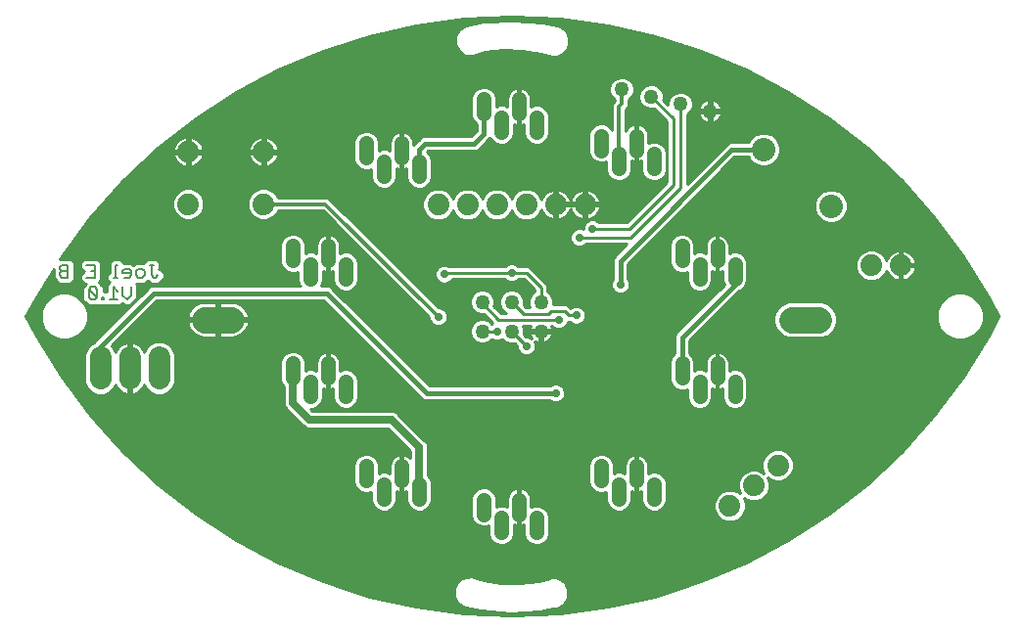
<source format=gbl>
G75*
%MOIN*%
%OFA0B0*%
%FSLAX25Y25*%
%IPPOS*%
%LPD*%
%AMOC8*
5,1,8,0,0,1.08239X$1,22.5*
%
%ADD10C,0.00800*%
%ADD11C,0.05000*%
%ADD12C,0.07400*%
%ADD13C,0.08000*%
%ADD14C,0.07400*%
%ADD15C,0.05000*%
%ADD16C,0.09000*%
%ADD17C,0.01000*%
%ADD18C,0.02900*%
%ADD19C,0.02500*%
%ADD20C,0.01200*%
%ADD21C,0.01600*%
D10*
X0028281Y0167200D02*
X0029682Y0167200D01*
X0030382Y0167901D01*
X0027580Y0170703D01*
X0027580Y0167901D01*
X0028281Y0167200D01*
X0030382Y0167901D02*
X0030382Y0170703D01*
X0029682Y0171404D01*
X0028281Y0171404D01*
X0027580Y0170703D01*
X0026813Y0174700D02*
X0029615Y0174700D01*
X0029615Y0178904D01*
X0026813Y0178904D01*
X0028214Y0176802D02*
X0029615Y0176802D01*
X0035887Y0174700D02*
X0037288Y0174700D01*
X0036588Y0174700D02*
X0036588Y0178904D01*
X0037288Y0178904D01*
X0039090Y0176802D02*
X0039090Y0176101D01*
X0041892Y0176101D01*
X0041892Y0175401D02*
X0041892Y0176802D01*
X0041192Y0177502D01*
X0039790Y0177502D01*
X0039090Y0176802D01*
X0039790Y0174700D02*
X0041192Y0174700D01*
X0041892Y0175401D01*
X0043694Y0175401D02*
X0043694Y0176802D01*
X0044394Y0177502D01*
X0045795Y0177502D01*
X0046496Y0176802D01*
X0046496Y0175401D01*
X0045795Y0174700D01*
X0044394Y0174700D01*
X0043694Y0175401D01*
X0048998Y0175401D02*
X0048998Y0178904D01*
X0048298Y0178904D02*
X0049699Y0178904D01*
X0048998Y0175401D02*
X0049699Y0174700D01*
X0050399Y0174700D01*
X0051100Y0175401D01*
X0041892Y0171404D02*
X0041892Y0168601D01*
X0040491Y0167200D01*
X0039090Y0168601D01*
X0039090Y0171404D01*
X0037288Y0170002D02*
X0035887Y0171404D01*
X0035887Y0167200D01*
X0037288Y0167200D02*
X0034486Y0167200D01*
X0032684Y0167200D02*
X0031984Y0167200D01*
X0031984Y0167901D01*
X0032684Y0167901D01*
X0032684Y0167200D01*
X0020407Y0174700D02*
X0018305Y0174700D01*
X0017605Y0175401D01*
X0017605Y0176101D01*
X0018305Y0176802D01*
X0020407Y0176802D01*
X0020407Y0174700D02*
X0020407Y0178904D01*
X0018305Y0178904D01*
X0017605Y0178203D01*
X0017605Y0177502D01*
X0018305Y0176802D01*
D11*
X0097000Y0180487D02*
X0097000Y0185487D01*
X0103000Y0179237D02*
X0103000Y0174237D01*
X0109000Y0180487D02*
X0109000Y0185487D01*
X0115000Y0179237D02*
X0115000Y0174237D01*
X0109000Y0145487D02*
X0109000Y0140487D01*
X0103000Y0139237D02*
X0103000Y0134237D01*
X0097000Y0140487D02*
X0097000Y0145487D01*
X0115000Y0139237D02*
X0115000Y0134237D01*
X0122000Y0110487D02*
X0122000Y0105487D01*
X0128000Y0104237D02*
X0128000Y0099237D01*
X0134000Y0105487D02*
X0134000Y0110487D01*
X0140000Y0104237D02*
X0140000Y0099237D01*
X0162000Y0098987D02*
X0162000Y0093987D01*
X0168000Y0092737D02*
X0168000Y0087737D01*
X0174000Y0093987D02*
X0174000Y0098987D01*
X0180000Y0092737D02*
X0180000Y0087737D01*
X0202000Y0105487D02*
X0202000Y0110487D01*
X0208000Y0104237D02*
X0208000Y0099237D01*
X0214000Y0105487D02*
X0214000Y0110487D01*
X0220000Y0104237D02*
X0220000Y0099237D01*
X0235500Y0134237D02*
X0235500Y0139237D01*
X0241500Y0140487D02*
X0241500Y0145487D01*
X0247500Y0139237D02*
X0247500Y0134237D01*
X0229500Y0140487D02*
X0229500Y0145487D01*
X0235500Y0174237D02*
X0235500Y0179237D01*
X0241500Y0180487D02*
X0241500Y0185487D01*
X0247500Y0179237D02*
X0247500Y0174237D01*
X0229500Y0180487D02*
X0229500Y0185487D01*
X0220000Y0211737D02*
X0220000Y0216737D01*
X0214000Y0217987D02*
X0214000Y0222987D01*
X0208000Y0216737D02*
X0208000Y0211737D01*
X0202000Y0217987D02*
X0202000Y0222987D01*
X0180000Y0224237D02*
X0180000Y0229237D01*
X0174000Y0230487D02*
X0174000Y0235487D01*
X0168000Y0229237D02*
X0168000Y0224237D01*
X0162000Y0230487D02*
X0162000Y0235487D01*
X0140000Y0214237D02*
X0140000Y0209237D01*
X0134000Y0215487D02*
X0134000Y0220487D01*
X0128000Y0214237D02*
X0128000Y0209237D01*
X0122000Y0215487D02*
X0122000Y0220487D01*
D12*
X0146500Y0199550D03*
X0156500Y0199550D03*
X0166500Y0199550D03*
X0176500Y0199550D03*
X0186500Y0199550D03*
X0196500Y0199550D03*
X0294000Y0178800D03*
X0304000Y0178800D03*
X0262197Y0110678D03*
X0254000Y0103800D03*
X0245803Y0096922D03*
X0087000Y0199700D03*
X0087000Y0217500D03*
X0061400Y0217500D03*
X0061400Y0199700D03*
D13*
X0257309Y0218242D03*
X0280291Y0198958D03*
D14*
X0051500Y0147500D02*
X0051500Y0140100D01*
X0041500Y0140100D02*
X0041500Y0147500D01*
X0031500Y0147500D02*
X0031500Y0140100D01*
D15*
X0161500Y0156300D03*
X0171500Y0156300D03*
X0171500Y0166300D03*
X0161500Y0166300D03*
X0181500Y0166300D03*
X0181500Y0156300D03*
X0239000Y0231300D03*
X0229000Y0233800D03*
X0219000Y0236300D03*
X0209000Y0238800D03*
D16*
X0267000Y0160300D02*
X0276000Y0160300D01*
X0076000Y0160300D02*
X0067000Y0160300D01*
D17*
X0092186Y0077425D02*
X0251214Y0077425D01*
X0251261Y0077445D02*
X0236113Y0071056D01*
X0220458Y0066034D01*
X0204420Y0062419D01*
X0188124Y0060238D01*
X0171700Y0059510D01*
X0155276Y0060238D01*
X0138980Y0062419D01*
X0122942Y0066034D01*
X0107287Y0071056D01*
X0092139Y0077445D01*
X0077616Y0085150D01*
X0063832Y0094112D01*
X0050896Y0104259D01*
X0038910Y0115511D01*
X0027968Y0127782D01*
X0018156Y0140973D01*
X0009550Y0154981D01*
X0006120Y0161500D01*
X0009550Y0168019D01*
X0015505Y0177712D01*
X0015505Y0176971D01*
X0015505Y0176971D01*
X0015505Y0176119D01*
X0015505Y0174531D01*
X0016205Y0173830D01*
X0017436Y0172600D01*
X0021277Y0172600D01*
X0022507Y0173830D01*
X0022507Y0177672D01*
X0022507Y0178034D01*
X0022507Y0179773D01*
X0021277Y0181004D01*
X0019175Y0181004D01*
X0018296Y0181004D01*
X0017527Y0181004D01*
X0018156Y0182027D01*
X0027968Y0195218D01*
X0038910Y0207489D01*
X0050896Y0218741D01*
X0063832Y0228888D01*
X0077616Y0237850D01*
X0092139Y0245555D01*
X0107287Y0251944D01*
X0122942Y0256966D01*
X0138980Y0260581D01*
X0155276Y0262762D01*
X0171700Y0263490D01*
X0188124Y0262762D01*
X0204420Y0260581D01*
X0220458Y0256966D01*
X0236113Y0251944D01*
X0251261Y0245555D01*
X0265784Y0237850D01*
X0279568Y0228888D01*
X0292504Y0218741D01*
X0304490Y0207489D01*
X0315432Y0195218D01*
X0325244Y0182027D01*
X0333850Y0168019D01*
X0337280Y0161500D01*
X0333850Y0154981D01*
X0325244Y0140973D01*
X0315432Y0127782D01*
X0304490Y0115511D01*
X0292504Y0104259D01*
X0279568Y0094112D01*
X0265784Y0085150D01*
X0251261Y0077445D01*
X0253106Y0078424D02*
X0090294Y0078424D01*
X0092139Y0077445D02*
X0092139Y0077445D01*
X0094554Y0076427D02*
X0248846Y0076427D01*
X0246479Y0075428D02*
X0096921Y0075428D01*
X0099289Y0074430D02*
X0244111Y0074430D01*
X0241744Y0073431D02*
X0101656Y0073431D01*
X0104024Y0072432D02*
X0155343Y0072432D01*
X0155891Y0072690D02*
X0154047Y0071823D01*
X0152699Y0070295D01*
X0152415Y0069422D01*
X0151952Y0068421D01*
X0151989Y0066015D01*
X0153065Y0063862D01*
X0154968Y0062389D01*
X0154968Y0062389D01*
X0156138Y0062139D01*
X0161008Y0061055D01*
X0161008Y0061055D01*
X0170971Y0060269D01*
X0180945Y0060883D01*
X0185706Y0061857D01*
X0186926Y0061906D01*
X0189259Y0063301D01*
X0190641Y0065642D01*
X0190734Y0068359D01*
X0189517Y0070789D01*
X0189517Y0070789D01*
X0187286Y0072342D01*
X0186432Y0072435D01*
X0186274Y0072564D01*
X0185754Y0072510D01*
X0185235Y0072567D01*
X0185076Y0072439D01*
X0184394Y0072367D01*
X0183601Y0071893D01*
X0180714Y0071215D01*
X0174420Y0070435D01*
X0168078Y0070556D01*
X0161819Y0071579D01*
X0158799Y0072411D01*
X0157927Y0072755D01*
X0157927Y0072755D01*
X0155891Y0072690D01*
X0155891Y0072690D01*
X0154047Y0071823D02*
X0154047Y0071823D01*
X0153704Y0071434D02*
X0106392Y0071434D01*
X0109223Y0070435D02*
X0152823Y0070435D01*
X0152699Y0070295D02*
X0152699Y0070295D01*
X0152420Y0069437D02*
X0112335Y0069437D01*
X0115448Y0068438D02*
X0151960Y0068438D01*
X0151952Y0068421D02*
X0151952Y0068421D01*
X0151967Y0067440D02*
X0118561Y0067440D01*
X0121674Y0066441D02*
X0151982Y0066441D01*
X0151989Y0066015D02*
X0151989Y0066015D01*
X0152274Y0065443D02*
X0125566Y0065443D01*
X0129996Y0064444D02*
X0152774Y0064444D01*
X0153065Y0063862D02*
X0153065Y0063862D01*
X0153602Y0063446D02*
X0134425Y0063446D01*
X0138855Y0062447D02*
X0154892Y0062447D01*
X0153691Y0060450D02*
X0168676Y0060450D01*
X0170971Y0060269D02*
X0170971Y0060269D01*
X0173911Y0060450D02*
X0189709Y0060450D01*
X0187831Y0062447D02*
X0204545Y0062447D01*
X0208975Y0063446D02*
X0189345Y0063446D01*
X0189259Y0063301D02*
X0189259Y0063301D01*
X0189934Y0064444D02*
X0213404Y0064444D01*
X0217834Y0065443D02*
X0190523Y0065443D01*
X0190668Y0066441D02*
X0221726Y0066441D01*
X0224839Y0067440D02*
X0190703Y0067440D01*
X0190734Y0068359D02*
X0190734Y0068359D01*
X0190694Y0068438D02*
X0227952Y0068438D01*
X0231065Y0069437D02*
X0190194Y0069437D01*
X0189695Y0070435D02*
X0234177Y0070435D01*
X0237008Y0071434D02*
X0188591Y0071434D01*
X0187286Y0072342D02*
X0187286Y0072342D01*
X0186458Y0072432D02*
X0239376Y0072432D01*
X0254988Y0079422D02*
X0088412Y0079422D01*
X0086530Y0080421D02*
X0256870Y0080421D01*
X0258752Y0081419D02*
X0084648Y0081419D01*
X0082766Y0082418D02*
X0260634Y0082418D01*
X0262516Y0083416D02*
X0080884Y0083416D01*
X0079002Y0084415D02*
X0165383Y0084415D01*
X0165621Y0084177D02*
X0167165Y0083537D01*
X0168835Y0083537D01*
X0170379Y0084177D01*
X0171561Y0085358D01*
X0172200Y0086902D01*
X0172200Y0090403D01*
X0172833Y0090141D01*
X0173606Y0089987D01*
X0173750Y0089987D01*
X0173750Y0093737D01*
X0174250Y0093737D01*
X0174250Y0089987D01*
X0174394Y0089987D01*
X0175167Y0090141D01*
X0175800Y0090403D01*
X0175800Y0086902D01*
X0176439Y0085358D01*
X0177621Y0084177D01*
X0179165Y0083537D01*
X0180835Y0083537D01*
X0182379Y0084177D01*
X0183561Y0085358D01*
X0184200Y0086902D01*
X0184200Y0093573D01*
X0183561Y0095116D01*
X0182379Y0096298D01*
X0180835Y0096937D01*
X0179165Y0096937D01*
X0178000Y0096455D01*
X0178000Y0099381D01*
X0177846Y0100154D01*
X0177545Y0100882D01*
X0177107Y0101537D01*
X0176550Y0102094D01*
X0175895Y0102532D01*
X0175167Y0102834D01*
X0174394Y0102987D01*
X0174250Y0102987D01*
X0174250Y0094237D01*
X0173750Y0094237D01*
X0173750Y0102987D01*
X0173606Y0102987D01*
X0172833Y0102834D01*
X0172105Y0102532D01*
X0171450Y0102094D01*
X0170893Y0101537D01*
X0170455Y0100882D01*
X0170154Y0100154D01*
X0170000Y0099381D01*
X0170000Y0096455D01*
X0168835Y0096937D01*
X0167165Y0096937D01*
X0166200Y0096538D01*
X0166200Y0099823D01*
X0165561Y0101366D01*
X0164379Y0102548D01*
X0162835Y0103187D01*
X0161165Y0103187D01*
X0159621Y0102548D01*
X0158439Y0101366D01*
X0157800Y0099823D01*
X0157800Y0093152D01*
X0158439Y0091608D01*
X0159621Y0090427D01*
X0161165Y0089787D01*
X0162835Y0089787D01*
X0163800Y0090187D01*
X0163800Y0086902D01*
X0164439Y0085358D01*
X0165621Y0084177D01*
X0164417Y0085413D02*
X0077211Y0085413D01*
X0075675Y0086412D02*
X0164003Y0086412D01*
X0163800Y0087410D02*
X0074140Y0087410D01*
X0072604Y0088409D02*
X0163800Y0088409D01*
X0163800Y0089407D02*
X0071068Y0089407D01*
X0069532Y0090406D02*
X0159672Y0090406D01*
X0158643Y0091404D02*
X0067996Y0091404D01*
X0066461Y0092403D02*
X0158110Y0092403D01*
X0157800Y0093401D02*
X0064925Y0093401D01*
X0063465Y0094400D02*
X0157800Y0094400D01*
X0157800Y0095398D02*
X0141707Y0095398D01*
X0142379Y0095677D02*
X0143561Y0096858D01*
X0144200Y0098402D01*
X0144200Y0105073D01*
X0143561Y0106616D01*
X0142950Y0107227D01*
X0142950Y0117387D01*
X0142501Y0118471D01*
X0141671Y0119301D01*
X0133001Y0127971D01*
X0132171Y0128801D01*
X0131087Y0129250D01*
X0103722Y0129250D01*
X0102934Y0130037D01*
X0103835Y0130037D01*
X0105379Y0130677D01*
X0106561Y0131858D01*
X0107200Y0133402D01*
X0107200Y0136903D01*
X0107833Y0136641D01*
X0108606Y0136487D01*
X0108750Y0136487D01*
X0108750Y0140237D01*
X0109250Y0140237D01*
X0109250Y0136487D01*
X0109394Y0136487D01*
X0110167Y0136641D01*
X0110800Y0136903D01*
X0110800Y0133402D01*
X0111439Y0131858D01*
X0112621Y0130677D01*
X0114165Y0130037D01*
X0115835Y0130037D01*
X0117379Y0130677D01*
X0118561Y0131858D01*
X0119200Y0133402D01*
X0119200Y0140073D01*
X0118561Y0141616D01*
X0117379Y0142798D01*
X0115835Y0143437D01*
X0114165Y0143437D01*
X0113000Y0142955D01*
X0113000Y0145881D01*
X0112846Y0146654D01*
X0112545Y0147382D01*
X0112107Y0148037D01*
X0111550Y0148594D01*
X0110895Y0149032D01*
X0110167Y0149334D01*
X0109394Y0149487D01*
X0109250Y0149487D01*
X0109250Y0140737D01*
X0108750Y0140737D01*
X0108750Y0149487D01*
X0108606Y0149487D01*
X0107833Y0149334D01*
X0107105Y0149032D01*
X0106450Y0148594D01*
X0105893Y0148037D01*
X0105455Y0147382D01*
X0105154Y0146654D01*
X0105000Y0145881D01*
X0105000Y0142955D01*
X0103835Y0143437D01*
X0102165Y0143437D01*
X0101200Y0143038D01*
X0101200Y0146323D01*
X0100561Y0147866D01*
X0099379Y0149048D01*
X0097835Y0149687D01*
X0096165Y0149687D01*
X0094621Y0149048D01*
X0093439Y0147866D01*
X0092800Y0146323D01*
X0092800Y0139652D01*
X0093439Y0138108D01*
X0094050Y0137498D01*
X0094050Y0131213D01*
X0094499Y0130129D01*
X0095329Y0129299D01*
X0100829Y0123799D01*
X0101913Y0123350D01*
X0129278Y0123350D01*
X0137050Y0115578D01*
X0137050Y0113094D01*
X0136550Y0113594D01*
X0135895Y0114032D01*
X0135167Y0114334D01*
X0134394Y0114487D01*
X0134250Y0114487D01*
X0134250Y0105737D01*
X0133750Y0105737D01*
X0133750Y0114487D01*
X0133606Y0114487D01*
X0132833Y0114334D01*
X0132105Y0114032D01*
X0131450Y0113594D01*
X0130893Y0113037D01*
X0130455Y0112382D01*
X0130154Y0111654D01*
X0130000Y0110881D01*
X0130000Y0107955D01*
X0128835Y0108437D01*
X0127165Y0108437D01*
X0126200Y0108038D01*
X0126200Y0111323D01*
X0125561Y0112866D01*
X0124379Y0114048D01*
X0122835Y0114687D01*
X0121165Y0114687D01*
X0119621Y0114048D01*
X0118439Y0112866D01*
X0117800Y0111323D01*
X0117800Y0104652D01*
X0118439Y0103108D01*
X0119621Y0101927D01*
X0121165Y0101287D01*
X0122835Y0101287D01*
X0123800Y0101687D01*
X0123800Y0098402D01*
X0124439Y0096858D01*
X0125621Y0095677D01*
X0127165Y0095037D01*
X0128835Y0095037D01*
X0130379Y0095677D01*
X0131561Y0096858D01*
X0132200Y0098402D01*
X0132200Y0101903D01*
X0132833Y0101641D01*
X0133606Y0101487D01*
X0133750Y0101487D01*
X0133750Y0105237D01*
X0134250Y0105237D01*
X0134250Y0101487D01*
X0134394Y0101487D01*
X0135167Y0101641D01*
X0135800Y0101903D01*
X0135800Y0098402D01*
X0136439Y0096858D01*
X0137621Y0095677D01*
X0139165Y0095037D01*
X0140835Y0095037D01*
X0142379Y0095677D01*
X0143099Y0096397D02*
X0157800Y0096397D01*
X0157800Y0097395D02*
X0143783Y0097395D01*
X0144197Y0098394D02*
X0157800Y0098394D01*
X0157800Y0099392D02*
X0144200Y0099392D01*
X0144200Y0100391D02*
X0158035Y0100391D01*
X0158462Y0101389D02*
X0144200Y0101389D01*
X0144200Y0102388D02*
X0159461Y0102388D01*
X0164539Y0102388D02*
X0171889Y0102388D01*
X0170794Y0101389D02*
X0165538Y0101389D01*
X0165965Y0100391D02*
X0170252Y0100391D01*
X0170002Y0099392D02*
X0166200Y0099392D01*
X0166200Y0098394D02*
X0170000Y0098394D01*
X0170000Y0097395D02*
X0166200Y0097395D01*
X0173750Y0097395D02*
X0174250Y0097395D01*
X0174250Y0096397D02*
X0173750Y0096397D01*
X0173750Y0095398D02*
X0174250Y0095398D01*
X0174250Y0094400D02*
X0173750Y0094400D01*
X0173750Y0093401D02*
X0174250Y0093401D01*
X0174250Y0092403D02*
X0173750Y0092403D01*
X0173750Y0091404D02*
X0174250Y0091404D01*
X0174250Y0090406D02*
X0173750Y0090406D01*
X0172200Y0089407D02*
X0175800Y0089407D01*
X0175800Y0088409D02*
X0172200Y0088409D01*
X0172200Y0087410D02*
X0175800Y0087410D01*
X0176003Y0086412D02*
X0171997Y0086412D01*
X0171583Y0085413D02*
X0176417Y0085413D01*
X0177383Y0084415D02*
X0170617Y0084415D01*
X0182617Y0084415D02*
X0264398Y0084415D01*
X0266189Y0085413D02*
X0183583Y0085413D01*
X0183997Y0086412D02*
X0267725Y0086412D01*
X0269260Y0087410D02*
X0184200Y0087410D01*
X0184200Y0088409D02*
X0270796Y0088409D01*
X0272332Y0089407D02*
X0184200Y0089407D01*
X0184200Y0090406D02*
X0273868Y0090406D01*
X0275404Y0091404D02*
X0184200Y0091404D01*
X0184200Y0092403D02*
X0242686Y0092403D01*
X0242744Y0092344D02*
X0244729Y0091522D01*
X0246877Y0091522D01*
X0248862Y0092344D01*
X0250381Y0093863D01*
X0251203Y0095848D01*
X0251203Y0097996D01*
X0250522Y0099641D01*
X0250941Y0099222D01*
X0252926Y0098400D01*
X0255074Y0098400D01*
X0257059Y0099222D01*
X0258578Y0100741D01*
X0259400Y0102726D01*
X0259400Y0104874D01*
X0258719Y0106519D01*
X0259138Y0106100D01*
X0261123Y0105278D01*
X0263271Y0105278D01*
X0265256Y0106100D01*
X0266775Y0107619D01*
X0267597Y0109604D01*
X0267597Y0111752D01*
X0266775Y0113737D01*
X0265256Y0115256D01*
X0263271Y0116078D01*
X0261123Y0116078D01*
X0259138Y0115256D01*
X0257619Y0113737D01*
X0256797Y0111752D01*
X0256797Y0109604D01*
X0257478Y0107959D01*
X0257059Y0108378D01*
X0255074Y0109200D01*
X0252926Y0109200D01*
X0250941Y0108378D01*
X0249422Y0106859D01*
X0248600Y0104874D01*
X0248600Y0102726D01*
X0249281Y0101081D01*
X0248862Y0101500D01*
X0246877Y0102322D01*
X0244729Y0102322D01*
X0242744Y0101500D01*
X0241225Y0099981D01*
X0240403Y0097996D01*
X0240403Y0095848D01*
X0241225Y0093863D01*
X0242744Y0092344D01*
X0241687Y0093401D02*
X0184200Y0093401D01*
X0183857Y0094400D02*
X0241003Y0094400D01*
X0240590Y0095398D02*
X0221707Y0095398D01*
X0222379Y0095677D02*
X0223561Y0096858D01*
X0224200Y0098402D01*
X0224200Y0105073D01*
X0223561Y0106616D01*
X0222379Y0107798D01*
X0220835Y0108437D01*
X0219165Y0108437D01*
X0218000Y0107955D01*
X0218000Y0110881D01*
X0217846Y0111654D01*
X0217545Y0112382D01*
X0217107Y0113037D01*
X0216550Y0113594D01*
X0215895Y0114032D01*
X0215167Y0114334D01*
X0214394Y0114487D01*
X0214250Y0114487D01*
X0214250Y0105737D01*
X0213750Y0105737D01*
X0213750Y0114487D01*
X0213606Y0114487D01*
X0212833Y0114334D01*
X0212105Y0114032D01*
X0211450Y0113594D01*
X0210893Y0113037D01*
X0210455Y0112382D01*
X0210154Y0111654D01*
X0210000Y0110881D01*
X0210000Y0107955D01*
X0208835Y0108437D01*
X0207165Y0108437D01*
X0206200Y0108038D01*
X0206200Y0111323D01*
X0205561Y0112866D01*
X0204379Y0114048D01*
X0202835Y0114687D01*
X0201165Y0114687D01*
X0199621Y0114048D01*
X0198439Y0112866D01*
X0197800Y0111323D01*
X0197800Y0104652D01*
X0198439Y0103108D01*
X0199621Y0101927D01*
X0201165Y0101287D01*
X0202835Y0101287D01*
X0203800Y0101687D01*
X0203800Y0098402D01*
X0204439Y0096858D01*
X0205621Y0095677D01*
X0207165Y0095037D01*
X0208835Y0095037D01*
X0210379Y0095677D01*
X0211561Y0096858D01*
X0212200Y0098402D01*
X0212200Y0101903D01*
X0212833Y0101641D01*
X0213606Y0101487D01*
X0213750Y0101487D01*
X0213750Y0105237D01*
X0214250Y0105237D01*
X0214250Y0101487D01*
X0214394Y0101487D01*
X0215167Y0101641D01*
X0215800Y0101903D01*
X0215800Y0098402D01*
X0216439Y0096858D01*
X0217621Y0095677D01*
X0219165Y0095037D01*
X0220835Y0095037D01*
X0222379Y0095677D01*
X0223099Y0096397D02*
X0240403Y0096397D01*
X0240403Y0097395D02*
X0223783Y0097395D01*
X0224197Y0098394D02*
X0240568Y0098394D01*
X0240982Y0099392D02*
X0224200Y0099392D01*
X0224200Y0100391D02*
X0241635Y0100391D01*
X0242634Y0101389D02*
X0224200Y0101389D01*
X0224200Y0102388D02*
X0248740Y0102388D01*
X0248600Y0103386D02*
X0224200Y0103386D01*
X0224200Y0104385D02*
X0248600Y0104385D01*
X0248811Y0105383D02*
X0224071Y0105383D01*
X0223658Y0106382D02*
X0249225Y0106382D01*
X0249944Y0107380D02*
X0222797Y0107380D01*
X0220977Y0108379D02*
X0250944Y0108379D01*
X0256890Y0109377D02*
X0218000Y0109377D01*
X0218000Y0108379D02*
X0219023Y0108379D01*
X0218000Y0110376D02*
X0256797Y0110376D01*
X0256797Y0111374D02*
X0217902Y0111374D01*
X0217549Y0112373D02*
X0257054Y0112373D01*
X0257467Y0113371D02*
X0216773Y0113371D01*
X0214984Y0114370D02*
X0258252Y0114370D01*
X0259410Y0115368D02*
X0142950Y0115368D01*
X0142950Y0114370D02*
X0200398Y0114370D01*
X0198944Y0113371D02*
X0142950Y0113371D01*
X0142950Y0112373D02*
X0198235Y0112373D01*
X0197821Y0111374D02*
X0142950Y0111374D01*
X0142950Y0110376D02*
X0197800Y0110376D01*
X0197800Y0109377D02*
X0142950Y0109377D01*
X0142950Y0108379D02*
X0197800Y0108379D01*
X0197800Y0107380D02*
X0142950Y0107380D01*
X0143658Y0106382D02*
X0197800Y0106382D01*
X0197800Y0105383D02*
X0144071Y0105383D01*
X0144200Y0104385D02*
X0197911Y0104385D01*
X0198324Y0103386D02*
X0144200Y0103386D01*
X0135800Y0101389D02*
X0132200Y0101389D01*
X0132200Y0100391D02*
X0135800Y0100391D01*
X0135800Y0099392D02*
X0132200Y0099392D01*
X0132197Y0098394D02*
X0135803Y0098394D01*
X0136217Y0097395D02*
X0131783Y0097395D01*
X0131099Y0096397D02*
X0136901Y0096397D01*
X0138293Y0095398D02*
X0129707Y0095398D01*
X0126293Y0095398D02*
X0062192Y0095398D01*
X0060919Y0096397D02*
X0124901Y0096397D01*
X0124217Y0097395D02*
X0059646Y0097395D01*
X0058373Y0098394D02*
X0123803Y0098394D01*
X0123800Y0099392D02*
X0057100Y0099392D01*
X0055827Y0100391D02*
X0123800Y0100391D01*
X0123800Y0101389D02*
X0123081Y0101389D01*
X0120918Y0101389D02*
X0054554Y0101389D01*
X0053281Y0102388D02*
X0119160Y0102388D01*
X0118324Y0103386D02*
X0052008Y0103386D01*
X0050762Y0104385D02*
X0117911Y0104385D01*
X0117800Y0105383D02*
X0049698Y0105383D01*
X0048635Y0106382D02*
X0117800Y0106382D01*
X0117800Y0107380D02*
X0047571Y0107380D01*
X0046508Y0108379D02*
X0117800Y0108379D01*
X0117800Y0109377D02*
X0045444Y0109377D01*
X0044381Y0110376D02*
X0117800Y0110376D01*
X0117821Y0111374D02*
X0043317Y0111374D01*
X0042253Y0112373D02*
X0118235Y0112373D01*
X0118944Y0113371D02*
X0041190Y0113371D01*
X0040126Y0114370D02*
X0120398Y0114370D01*
X0123602Y0114370D02*
X0133016Y0114370D01*
X0133750Y0114370D02*
X0134250Y0114370D01*
X0134984Y0114370D02*
X0137050Y0114370D01*
X0137050Y0115368D02*
X0039063Y0115368D01*
X0038147Y0116367D02*
X0136261Y0116367D01*
X0135263Y0117366D02*
X0037257Y0117366D01*
X0036367Y0118364D02*
X0134264Y0118364D01*
X0133266Y0119363D02*
X0035476Y0119363D01*
X0034586Y0120361D02*
X0132267Y0120361D01*
X0131269Y0121360D02*
X0033695Y0121360D01*
X0032805Y0122358D02*
X0130270Y0122358D01*
X0134620Y0126352D02*
X0314157Y0126352D01*
X0313267Y0125354D02*
X0135618Y0125354D01*
X0136617Y0124355D02*
X0312376Y0124355D01*
X0311486Y0123357D02*
X0137615Y0123357D01*
X0138614Y0122358D02*
X0310595Y0122358D01*
X0309705Y0121360D02*
X0139612Y0121360D01*
X0140611Y0120361D02*
X0308814Y0120361D01*
X0307924Y0119363D02*
X0141609Y0119363D01*
X0141671Y0119301D02*
X0141671Y0119301D01*
X0142545Y0118364D02*
X0307033Y0118364D01*
X0306143Y0117366D02*
X0142950Y0117366D01*
X0142950Y0116367D02*
X0305253Y0116367D01*
X0304337Y0115368D02*
X0264983Y0115368D01*
X0266141Y0114370D02*
X0303274Y0114370D01*
X0302210Y0113371D02*
X0266926Y0113371D01*
X0267339Y0112373D02*
X0301147Y0112373D01*
X0300083Y0111374D02*
X0267597Y0111374D01*
X0267597Y0110376D02*
X0299019Y0110376D01*
X0297956Y0109377D02*
X0267503Y0109377D01*
X0267089Y0108379D02*
X0296892Y0108379D01*
X0295829Y0107380D02*
X0266536Y0107380D01*
X0265537Y0106382D02*
X0294765Y0106382D01*
X0293702Y0105383D02*
X0263526Y0105383D01*
X0260868Y0105383D02*
X0259189Y0105383D01*
X0259400Y0104385D02*
X0292638Y0104385D01*
X0291392Y0103386D02*
X0259400Y0103386D01*
X0259260Y0102388D02*
X0290119Y0102388D01*
X0288846Y0101389D02*
X0258846Y0101389D01*
X0258228Y0100391D02*
X0287573Y0100391D01*
X0286300Y0099392D02*
X0257229Y0099392D01*
X0251039Y0098394D02*
X0285027Y0098394D01*
X0283754Y0097395D02*
X0251203Y0097395D01*
X0251203Y0096397D02*
X0282481Y0096397D01*
X0281208Y0095398D02*
X0251017Y0095398D01*
X0250603Y0094400D02*
X0279935Y0094400D01*
X0278475Y0093401D02*
X0249919Y0093401D01*
X0248921Y0092403D02*
X0276939Y0092403D01*
X0258856Y0106382D02*
X0258775Y0106382D01*
X0257304Y0108379D02*
X0257056Y0108379D01*
X0249154Y0101389D02*
X0248973Y0101389D01*
X0250625Y0099392D02*
X0250771Y0099392D01*
X0218293Y0095398D02*
X0209707Y0095398D01*
X0211099Y0096397D02*
X0216901Y0096397D01*
X0216217Y0097395D02*
X0211783Y0097395D01*
X0212197Y0098394D02*
X0215803Y0098394D01*
X0215800Y0099392D02*
X0212200Y0099392D01*
X0212200Y0100391D02*
X0215800Y0100391D01*
X0215800Y0101389D02*
X0212200Y0101389D01*
X0213750Y0102388D02*
X0214250Y0102388D01*
X0214250Y0103386D02*
X0213750Y0103386D01*
X0213750Y0104385D02*
X0214250Y0104385D01*
X0214250Y0106382D02*
X0213750Y0106382D01*
X0213750Y0107380D02*
X0214250Y0107380D01*
X0214250Y0108379D02*
X0213750Y0108379D01*
X0213750Y0109377D02*
X0214250Y0109377D01*
X0214250Y0110376D02*
X0213750Y0110376D01*
X0213750Y0111374D02*
X0214250Y0111374D01*
X0214250Y0112373D02*
X0213750Y0112373D01*
X0213750Y0113371D02*
X0214250Y0113371D01*
X0214250Y0114370D02*
X0213750Y0114370D01*
X0213016Y0114370D02*
X0203602Y0114370D01*
X0205056Y0113371D02*
X0211227Y0113371D01*
X0210451Y0112373D02*
X0205765Y0112373D01*
X0206179Y0111374D02*
X0210098Y0111374D01*
X0210000Y0110376D02*
X0206200Y0110376D01*
X0206200Y0109377D02*
X0210000Y0109377D01*
X0210000Y0108379D02*
X0208977Y0108379D01*
X0207023Y0108379D02*
X0206200Y0108379D01*
X0203800Y0101389D02*
X0203081Y0101389D01*
X0203800Y0100391D02*
X0177748Y0100391D01*
X0177998Y0099392D02*
X0203800Y0099392D01*
X0203803Y0098394D02*
X0178000Y0098394D01*
X0178000Y0097395D02*
X0204217Y0097395D01*
X0204901Y0096397D02*
X0182141Y0096397D01*
X0183279Y0095398D02*
X0206293Y0095398D01*
X0200918Y0101389D02*
X0177206Y0101389D01*
X0176111Y0102388D02*
X0199160Y0102388D01*
X0174250Y0102388D02*
X0173750Y0102388D01*
X0173750Y0101389D02*
X0174250Y0101389D01*
X0174250Y0100391D02*
X0173750Y0100391D01*
X0173750Y0099392D02*
X0174250Y0099392D01*
X0174250Y0098394D02*
X0173750Y0098394D01*
X0181645Y0071434D02*
X0162705Y0071434D01*
X0158744Y0072432D02*
X0185016Y0072432D01*
X0184394Y0072367D02*
X0184394Y0072367D01*
X0174427Y0070435D02*
X0174370Y0070435D01*
X0180945Y0060883D02*
X0180945Y0060883D01*
X0183710Y0061449D02*
X0197170Y0061449D01*
X0186926Y0061906D02*
X0186926Y0061906D01*
X0159239Y0061449D02*
X0146230Y0061449D01*
X0134250Y0102388D02*
X0133750Y0102388D01*
X0133750Y0103386D02*
X0134250Y0103386D01*
X0134250Y0104385D02*
X0133750Y0104385D01*
X0133750Y0106382D02*
X0134250Y0106382D01*
X0134250Y0107380D02*
X0133750Y0107380D01*
X0133750Y0108379D02*
X0134250Y0108379D01*
X0134250Y0109377D02*
X0133750Y0109377D01*
X0133750Y0110376D02*
X0134250Y0110376D01*
X0134250Y0111374D02*
X0133750Y0111374D01*
X0133750Y0112373D02*
X0134250Y0112373D01*
X0134250Y0113371D02*
X0133750Y0113371D01*
X0131227Y0113371D02*
X0125056Y0113371D01*
X0125765Y0112373D02*
X0130451Y0112373D01*
X0130098Y0111374D02*
X0126179Y0111374D01*
X0126200Y0110376D02*
X0130000Y0110376D01*
X0130000Y0109377D02*
X0126200Y0109377D01*
X0126200Y0108379D02*
X0127023Y0108379D01*
X0128977Y0108379D02*
X0130000Y0108379D01*
X0136773Y0113371D02*
X0137050Y0113371D01*
X0133621Y0127351D02*
X0315047Y0127351D01*
X0315854Y0128349D02*
X0132623Y0128349D01*
X0133001Y0127971D02*
X0133001Y0127971D01*
X0139924Y0134340D02*
X0119200Y0134340D01*
X0119175Y0133342D02*
X0140923Y0133342D01*
X0141084Y0133181D02*
X0142003Y0132800D01*
X0142997Y0132800D01*
X0184545Y0132800D01*
X0184716Y0132630D01*
X0185873Y0132150D01*
X0187127Y0132150D01*
X0188284Y0132630D01*
X0189170Y0133516D01*
X0189650Y0134673D01*
X0189650Y0135927D01*
X0189170Y0137084D01*
X0188284Y0137970D01*
X0187127Y0138450D01*
X0185873Y0138450D01*
X0184716Y0137970D01*
X0184545Y0137800D01*
X0143536Y0137800D01*
X0110619Y0170716D01*
X0109916Y0171419D01*
X0108997Y0171800D01*
X0106502Y0171800D01*
X0106561Y0171858D01*
X0107200Y0173402D01*
X0107200Y0176903D01*
X0107833Y0176641D01*
X0108606Y0176487D01*
X0108750Y0176487D01*
X0108750Y0180237D01*
X0109250Y0180237D01*
X0109250Y0176487D01*
X0109394Y0176487D01*
X0110167Y0176641D01*
X0110800Y0176903D01*
X0110800Y0173402D01*
X0111439Y0171858D01*
X0112621Y0170677D01*
X0114165Y0170037D01*
X0115835Y0170037D01*
X0117379Y0170677D01*
X0118561Y0171858D01*
X0119200Y0173402D01*
X0119200Y0180073D01*
X0118561Y0181616D01*
X0117379Y0182798D01*
X0115835Y0183437D01*
X0114165Y0183437D01*
X0113000Y0182955D01*
X0113000Y0185881D01*
X0112846Y0186654D01*
X0112545Y0187382D01*
X0112107Y0188037D01*
X0111550Y0188594D01*
X0110895Y0189032D01*
X0110167Y0189334D01*
X0109394Y0189487D01*
X0109250Y0189487D01*
X0109250Y0180737D01*
X0108750Y0180737D01*
X0108750Y0189487D01*
X0108606Y0189487D01*
X0107833Y0189334D01*
X0107105Y0189032D01*
X0106450Y0188594D01*
X0105893Y0188037D01*
X0105455Y0187382D01*
X0105154Y0186654D01*
X0105000Y0185881D01*
X0105000Y0182955D01*
X0103835Y0183437D01*
X0102165Y0183437D01*
X0101200Y0183038D01*
X0101200Y0186323D01*
X0100561Y0187866D01*
X0099379Y0189048D01*
X0097835Y0189687D01*
X0096165Y0189687D01*
X0094621Y0189048D01*
X0093439Y0187866D01*
X0092800Y0186323D01*
X0092800Y0179652D01*
X0093439Y0178108D01*
X0094621Y0176927D01*
X0096165Y0176287D01*
X0097835Y0176287D01*
X0098800Y0176687D01*
X0098800Y0173402D01*
X0099439Y0171858D01*
X0099498Y0171800D01*
X0049003Y0171800D01*
X0048084Y0171419D01*
X0047381Y0170716D01*
X0030084Y0153419D01*
X0029381Y0152716D01*
X0029256Y0152415D01*
X0028441Y0152078D01*
X0026922Y0150559D01*
X0026100Y0148574D01*
X0026100Y0139026D01*
X0026922Y0137041D01*
X0028441Y0135522D01*
X0030426Y0134700D01*
X0032574Y0134700D01*
X0034559Y0135522D01*
X0036078Y0137041D01*
X0036609Y0138324D01*
X0036681Y0138104D01*
X0037053Y0137375D01*
X0037534Y0136712D01*
X0038112Y0136134D01*
X0038775Y0135653D01*
X0039504Y0135281D01*
X0040282Y0135028D01*
X0041000Y0134914D01*
X0041000Y0143300D01*
X0042000Y0143300D01*
X0042000Y0134914D01*
X0042718Y0135028D01*
X0043496Y0135281D01*
X0044225Y0135653D01*
X0044888Y0136134D01*
X0045466Y0136712D01*
X0045947Y0137375D01*
X0046319Y0138104D01*
X0046391Y0138324D01*
X0046922Y0137041D01*
X0048441Y0135522D01*
X0050426Y0134700D01*
X0052574Y0134700D01*
X0054559Y0135522D01*
X0056078Y0137041D01*
X0056900Y0139026D01*
X0056900Y0148574D01*
X0056078Y0150559D01*
X0054559Y0152078D01*
X0052574Y0152900D01*
X0050426Y0152900D01*
X0048441Y0152078D01*
X0046922Y0150559D01*
X0046391Y0149276D01*
X0046319Y0149496D01*
X0045947Y0150225D01*
X0045466Y0150888D01*
X0044888Y0151466D01*
X0044225Y0151947D01*
X0043496Y0152319D01*
X0042718Y0152572D01*
X0042000Y0152686D01*
X0042000Y0144300D01*
X0041000Y0144300D01*
X0041000Y0152686D01*
X0040282Y0152572D01*
X0039504Y0152319D01*
X0038775Y0151947D01*
X0038112Y0151466D01*
X0037534Y0150888D01*
X0037053Y0150225D01*
X0036681Y0149496D01*
X0036609Y0149276D01*
X0036078Y0150559D01*
X0035186Y0151451D01*
X0050536Y0166800D01*
X0107464Y0166800D01*
X0141084Y0133181D01*
X0138926Y0135339D02*
X0119200Y0135339D01*
X0119200Y0136337D02*
X0137927Y0136337D01*
X0136929Y0137336D02*
X0119200Y0137336D01*
X0119200Y0138334D02*
X0135930Y0138334D01*
X0134932Y0139333D02*
X0119200Y0139333D01*
X0119093Y0140331D02*
X0133933Y0140331D01*
X0132935Y0141330D02*
X0118679Y0141330D01*
X0117849Y0142328D02*
X0131936Y0142328D01*
X0130938Y0143327D02*
X0116102Y0143327D01*
X0113898Y0143327D02*
X0113000Y0143327D01*
X0113000Y0144325D02*
X0129939Y0144325D01*
X0128941Y0145324D02*
X0113000Y0145324D01*
X0112912Y0146322D02*
X0127942Y0146322D01*
X0126944Y0147321D02*
X0112570Y0147321D01*
X0111825Y0148319D02*
X0125945Y0148319D01*
X0124947Y0149318D02*
X0110205Y0149318D01*
X0109250Y0149318D02*
X0108750Y0149318D01*
X0107795Y0149318D02*
X0098728Y0149318D01*
X0100108Y0148319D02*
X0106175Y0148319D01*
X0105430Y0147321D02*
X0100787Y0147321D01*
X0101200Y0146322D02*
X0105088Y0146322D01*
X0105000Y0145324D02*
X0101200Y0145324D01*
X0101200Y0144325D02*
X0105000Y0144325D01*
X0105000Y0143327D02*
X0104102Y0143327D01*
X0101898Y0143327D02*
X0101200Y0143327D01*
X0108750Y0143327D02*
X0109250Y0143327D01*
X0109250Y0144325D02*
X0108750Y0144325D01*
X0108750Y0145324D02*
X0109250Y0145324D01*
X0109250Y0146322D02*
X0108750Y0146322D01*
X0108750Y0147321D02*
X0109250Y0147321D01*
X0109250Y0148319D02*
X0108750Y0148319D01*
X0108750Y0142328D02*
X0109250Y0142328D01*
X0109250Y0141330D02*
X0108750Y0141330D01*
X0108750Y0139333D02*
X0109250Y0139333D01*
X0109250Y0138334D02*
X0108750Y0138334D01*
X0108750Y0137336D02*
X0109250Y0137336D01*
X0110800Y0136337D02*
X0107200Y0136337D01*
X0107200Y0135339D02*
X0110800Y0135339D01*
X0110800Y0134340D02*
X0107200Y0134340D01*
X0107175Y0133342D02*
X0110825Y0133342D01*
X0111239Y0132343D02*
X0106761Y0132343D01*
X0106047Y0131345D02*
X0111953Y0131345D01*
X0113419Y0130346D02*
X0104581Y0130346D01*
X0103624Y0129348D02*
X0316597Y0129348D01*
X0317339Y0130346D02*
X0249081Y0130346D01*
X0248335Y0130037D02*
X0249879Y0130677D01*
X0251061Y0131858D01*
X0251700Y0133402D01*
X0251700Y0140073D01*
X0251061Y0141616D01*
X0249879Y0142798D01*
X0248335Y0143437D01*
X0246665Y0143437D01*
X0245500Y0142955D01*
X0245500Y0145881D01*
X0245346Y0146654D01*
X0245045Y0147382D01*
X0244607Y0148037D01*
X0244050Y0148594D01*
X0243395Y0149032D01*
X0242667Y0149334D01*
X0241894Y0149487D01*
X0241750Y0149487D01*
X0241750Y0140737D01*
X0241250Y0140737D01*
X0241250Y0149487D01*
X0241106Y0149487D01*
X0240333Y0149334D01*
X0239605Y0149032D01*
X0238950Y0148594D01*
X0238393Y0148037D01*
X0237955Y0147382D01*
X0237654Y0146654D01*
X0237500Y0145881D01*
X0237500Y0142955D01*
X0236335Y0143437D01*
X0234665Y0143437D01*
X0233700Y0143038D01*
X0233700Y0146323D01*
X0233061Y0147866D01*
X0232000Y0148927D01*
X0232000Y0153264D01*
X0249082Y0170347D01*
X0249879Y0170677D01*
X0251061Y0171858D01*
X0251700Y0173402D01*
X0251700Y0180073D01*
X0251061Y0181616D01*
X0249879Y0182798D01*
X0248335Y0183437D01*
X0246665Y0183437D01*
X0245500Y0182955D01*
X0245500Y0185881D01*
X0245346Y0186654D01*
X0245045Y0187382D01*
X0244607Y0188037D01*
X0244050Y0188594D01*
X0243395Y0189032D01*
X0242667Y0189334D01*
X0241894Y0189487D01*
X0241750Y0189487D01*
X0241750Y0180737D01*
X0241250Y0180737D01*
X0241250Y0189487D01*
X0241106Y0189487D01*
X0240333Y0189334D01*
X0239605Y0189032D01*
X0238950Y0188594D01*
X0238393Y0188037D01*
X0237955Y0187382D01*
X0237654Y0186654D01*
X0237500Y0185881D01*
X0237500Y0182955D01*
X0236335Y0183437D01*
X0234665Y0183437D01*
X0233700Y0183038D01*
X0233700Y0186323D01*
X0233061Y0187866D01*
X0231879Y0189048D01*
X0230335Y0189687D01*
X0228665Y0189687D01*
X0227121Y0189048D01*
X0225939Y0187866D01*
X0225300Y0186323D01*
X0225300Y0179652D01*
X0225939Y0178108D01*
X0227121Y0176927D01*
X0228665Y0176287D01*
X0230335Y0176287D01*
X0231300Y0176687D01*
X0231300Y0173402D01*
X0231939Y0171858D01*
X0233121Y0170677D01*
X0234665Y0170037D01*
X0236335Y0170037D01*
X0237879Y0170677D01*
X0239061Y0171858D01*
X0239700Y0173402D01*
X0239700Y0176903D01*
X0240333Y0176641D01*
X0241106Y0176487D01*
X0241250Y0176487D01*
X0241250Y0180237D01*
X0241750Y0180237D01*
X0241750Y0176487D01*
X0241894Y0176487D01*
X0242667Y0176641D01*
X0243300Y0176903D01*
X0243300Y0173402D01*
X0243817Y0172153D01*
X0228084Y0156419D01*
X0227381Y0155716D01*
X0227000Y0154797D01*
X0227000Y0148927D01*
X0225939Y0147866D01*
X0225300Y0146323D01*
X0225300Y0139652D01*
X0225939Y0138108D01*
X0227121Y0136927D01*
X0228665Y0136287D01*
X0230335Y0136287D01*
X0231300Y0136687D01*
X0231300Y0133402D01*
X0231939Y0131858D01*
X0233121Y0130677D01*
X0234665Y0130037D01*
X0236335Y0130037D01*
X0237879Y0130677D01*
X0239061Y0131858D01*
X0239700Y0133402D01*
X0239700Y0136903D01*
X0240333Y0136641D01*
X0241106Y0136487D01*
X0241250Y0136487D01*
X0241250Y0140237D01*
X0241750Y0140237D01*
X0241750Y0136487D01*
X0241894Y0136487D01*
X0242667Y0136641D01*
X0243300Y0136903D01*
X0243300Y0133402D01*
X0243939Y0131858D01*
X0245121Y0130677D01*
X0246665Y0130037D01*
X0248335Y0130037D01*
X0245919Y0130346D02*
X0237081Y0130346D01*
X0238547Y0131345D02*
X0244453Y0131345D01*
X0243739Y0132343D02*
X0239261Y0132343D01*
X0239675Y0133342D02*
X0243325Y0133342D01*
X0243300Y0134340D02*
X0239700Y0134340D01*
X0239700Y0135339D02*
X0243300Y0135339D01*
X0243300Y0136337D02*
X0239700Y0136337D01*
X0241250Y0137336D02*
X0241750Y0137336D01*
X0241750Y0138334D02*
X0241250Y0138334D01*
X0241250Y0139333D02*
X0241750Y0139333D01*
X0241750Y0141330D02*
X0241250Y0141330D01*
X0241250Y0142328D02*
X0241750Y0142328D01*
X0241750Y0143327D02*
X0241250Y0143327D01*
X0241250Y0144325D02*
X0241750Y0144325D01*
X0241750Y0145324D02*
X0241250Y0145324D01*
X0241250Y0146322D02*
X0241750Y0146322D01*
X0241750Y0147321D02*
X0241250Y0147321D01*
X0241250Y0148319D02*
X0241750Y0148319D01*
X0241750Y0149318D02*
X0241250Y0149318D01*
X0240295Y0149318D02*
X0232000Y0149318D01*
X0232000Y0150316D02*
X0330984Y0150316D01*
X0330371Y0149318D02*
X0242705Y0149318D01*
X0244325Y0148319D02*
X0329757Y0148319D01*
X0329144Y0147321D02*
X0245070Y0147321D01*
X0245412Y0146322D02*
X0328530Y0146322D01*
X0327917Y0145324D02*
X0245500Y0145324D01*
X0245500Y0144325D02*
X0327304Y0144325D01*
X0326690Y0143327D02*
X0248602Y0143327D01*
X0250349Y0142328D02*
X0326077Y0142328D01*
X0325463Y0141330D02*
X0251179Y0141330D01*
X0251593Y0140331D02*
X0324767Y0140331D01*
X0324024Y0139333D02*
X0251700Y0139333D01*
X0251700Y0138334D02*
X0323281Y0138334D01*
X0322539Y0137336D02*
X0251700Y0137336D01*
X0251700Y0136337D02*
X0321796Y0136337D01*
X0321053Y0135339D02*
X0251700Y0135339D01*
X0251700Y0134340D02*
X0320310Y0134340D01*
X0319568Y0133342D02*
X0251675Y0133342D01*
X0251261Y0132343D02*
X0318825Y0132343D01*
X0318082Y0131345D02*
X0250547Y0131345D01*
X0246398Y0143327D02*
X0245500Y0143327D01*
X0237500Y0143327D02*
X0236602Y0143327D01*
X0237500Y0144325D02*
X0233700Y0144325D01*
X0233700Y0143327D02*
X0234398Y0143327D01*
X0233700Y0145324D02*
X0237500Y0145324D01*
X0237588Y0146322D02*
X0233700Y0146322D01*
X0233287Y0147321D02*
X0237930Y0147321D01*
X0238675Y0148319D02*
X0232608Y0148319D01*
X0232000Y0151315D02*
X0331597Y0151315D01*
X0332211Y0152313D02*
X0232000Y0152313D01*
X0232047Y0153312D02*
X0332824Y0153312D01*
X0333438Y0154310D02*
X0327617Y0154310D01*
X0328703Y0154760D02*
X0325781Y0153550D01*
X0322619Y0153550D01*
X0319697Y0154760D01*
X0317460Y0156997D01*
X0316250Y0159919D01*
X0316250Y0163081D01*
X0317460Y0166003D01*
X0319697Y0168240D01*
X0322619Y0169450D01*
X0325781Y0169450D01*
X0328703Y0168240D01*
X0330940Y0166003D01*
X0332150Y0163081D01*
X0332150Y0159919D01*
X0330940Y0156997D01*
X0328703Y0154760D01*
X0329252Y0155309D02*
X0334022Y0155309D01*
X0334547Y0156307D02*
X0330250Y0156307D01*
X0331068Y0157306D02*
X0335073Y0157306D01*
X0335598Y0158304D02*
X0331481Y0158304D01*
X0331895Y0159303D02*
X0336124Y0159303D01*
X0336649Y0160301D02*
X0332150Y0160301D01*
X0332150Y0161300D02*
X0337174Y0161300D01*
X0336859Y0162299D02*
X0332150Y0162299D01*
X0332061Y0163297D02*
X0336334Y0163297D01*
X0335809Y0164296D02*
X0331647Y0164296D01*
X0331233Y0165294D02*
X0335283Y0165294D01*
X0334758Y0166293D02*
X0330650Y0166293D01*
X0329652Y0167291D02*
X0334233Y0167291D01*
X0333850Y0168019D02*
X0333850Y0168019D01*
X0333683Y0168290D02*
X0328583Y0168290D01*
X0326172Y0169288D02*
X0333070Y0169288D01*
X0332456Y0170287D02*
X0249022Y0170287D01*
X0248024Y0169288D02*
X0322228Y0169288D01*
X0319817Y0168290D02*
X0247025Y0168290D01*
X0246027Y0167291D02*
X0318748Y0167291D01*
X0317750Y0166293D02*
X0277734Y0166293D01*
X0277233Y0166500D02*
X0279512Y0165556D01*
X0281256Y0163812D01*
X0282200Y0161533D01*
X0282200Y0159067D01*
X0281256Y0156788D01*
X0279512Y0155044D01*
X0277233Y0154100D01*
X0265767Y0154100D01*
X0263488Y0155044D01*
X0261744Y0156788D01*
X0260800Y0159067D01*
X0260800Y0161533D01*
X0261744Y0163812D01*
X0263488Y0165556D01*
X0265767Y0166500D01*
X0277233Y0166500D01*
X0279774Y0165294D02*
X0317167Y0165294D01*
X0316753Y0164296D02*
X0280773Y0164296D01*
X0281469Y0163297D02*
X0316339Y0163297D01*
X0316250Y0162299D02*
X0281883Y0162299D01*
X0282200Y0161300D02*
X0316250Y0161300D01*
X0316250Y0160301D02*
X0282200Y0160301D01*
X0282200Y0159303D02*
X0316505Y0159303D01*
X0316919Y0158304D02*
X0281884Y0158304D01*
X0281471Y0157306D02*
X0317332Y0157306D01*
X0318150Y0156307D02*
X0280776Y0156307D01*
X0279777Y0155309D02*
X0319148Y0155309D01*
X0320783Y0154310D02*
X0277741Y0154310D01*
X0265259Y0154310D02*
X0233046Y0154310D01*
X0234044Y0155309D02*
X0263223Y0155309D01*
X0262224Y0156307D02*
X0235043Y0156307D01*
X0236041Y0157306D02*
X0261529Y0157306D01*
X0261116Y0158304D02*
X0237040Y0158304D01*
X0238039Y0159303D02*
X0260800Y0159303D01*
X0260800Y0160301D02*
X0239037Y0160301D01*
X0240036Y0161300D02*
X0260800Y0161300D01*
X0261117Y0162299D02*
X0241034Y0162299D01*
X0242033Y0163297D02*
X0261531Y0163297D01*
X0262227Y0164296D02*
X0243031Y0164296D01*
X0244030Y0165294D02*
X0263226Y0165294D01*
X0265266Y0166293D02*
X0245028Y0166293D01*
X0241951Y0170287D02*
X0236937Y0170287D01*
X0238487Y0171285D02*
X0242950Y0171285D01*
X0243763Y0172284D02*
X0239237Y0172284D01*
X0239650Y0173282D02*
X0243350Y0173282D01*
X0243300Y0174281D02*
X0239700Y0174281D01*
X0239700Y0175279D02*
X0243300Y0175279D01*
X0243300Y0176278D02*
X0239700Y0176278D01*
X0241250Y0177276D02*
X0241750Y0177276D01*
X0241750Y0178275D02*
X0241250Y0178275D01*
X0241250Y0179273D02*
X0241750Y0179273D01*
X0241750Y0181270D02*
X0241250Y0181270D01*
X0241250Y0182269D02*
X0241750Y0182269D01*
X0241750Y0183267D02*
X0241250Y0183267D01*
X0241250Y0184266D02*
X0241750Y0184266D01*
X0241750Y0185264D02*
X0241250Y0185264D01*
X0241250Y0186263D02*
X0241750Y0186263D01*
X0241750Y0187261D02*
X0241250Y0187261D01*
X0241250Y0188260D02*
X0241750Y0188260D01*
X0241750Y0189258D02*
X0241250Y0189258D01*
X0240151Y0189258D02*
X0231371Y0189258D01*
X0232667Y0188260D02*
X0238616Y0188260D01*
X0237905Y0187261D02*
X0233311Y0187261D01*
X0233700Y0186263D02*
X0237576Y0186263D01*
X0237500Y0185264D02*
X0233700Y0185264D01*
X0233700Y0184266D02*
X0237500Y0184266D01*
X0237500Y0183267D02*
X0236746Y0183267D01*
X0234254Y0183267D02*
X0233700Y0183267D01*
X0226333Y0188260D02*
X0219995Y0188260D01*
X0218997Y0187261D02*
X0225689Y0187261D01*
X0225300Y0186263D02*
X0217998Y0186263D01*
X0217000Y0185264D02*
X0225300Y0185264D01*
X0225300Y0184266D02*
X0216001Y0184266D01*
X0215003Y0183267D02*
X0225300Y0183267D01*
X0225300Y0182269D02*
X0214004Y0182269D01*
X0213006Y0181270D02*
X0225300Y0181270D01*
X0225300Y0180272D02*
X0212007Y0180272D01*
X0211009Y0179273D02*
X0225457Y0179273D01*
X0225870Y0178275D02*
X0211000Y0178275D01*
X0211000Y0179264D02*
X0211000Y0174255D01*
X0211170Y0174084D01*
X0211650Y0172927D01*
X0211650Y0171673D01*
X0211170Y0170516D01*
X0210284Y0169630D01*
X0209127Y0169150D01*
X0207873Y0169150D01*
X0206716Y0169630D01*
X0205830Y0170516D01*
X0205350Y0171673D01*
X0205350Y0172927D01*
X0205830Y0174084D01*
X0206000Y0174255D01*
X0206000Y0180797D01*
X0206381Y0181716D01*
X0210764Y0186100D01*
X0196755Y0186100D01*
X0196284Y0185630D01*
X0195127Y0185150D01*
X0193873Y0185150D01*
X0192716Y0185630D01*
X0191830Y0186516D01*
X0191350Y0187673D01*
X0191350Y0188927D01*
X0191830Y0190084D01*
X0192716Y0190970D01*
X0193873Y0191450D01*
X0195127Y0191450D01*
X0195850Y0191150D01*
X0195850Y0191927D01*
X0196330Y0193084D01*
X0197216Y0193970D01*
X0198373Y0194450D01*
X0199627Y0194450D01*
X0200784Y0193970D01*
X0201255Y0193500D01*
X0210589Y0193500D01*
X0224300Y0207211D01*
X0224300Y0227889D01*
X0220015Y0232174D01*
X0219835Y0232100D01*
X0218165Y0232100D01*
X0216621Y0232739D01*
X0215439Y0233921D01*
X0214800Y0235465D01*
X0214800Y0237135D01*
X0215439Y0238679D01*
X0216621Y0239861D01*
X0218165Y0240500D01*
X0219835Y0240500D01*
X0221379Y0239861D01*
X0222561Y0238679D01*
X0223200Y0237135D01*
X0223200Y0235465D01*
X0223126Y0235285D01*
X0224800Y0233611D01*
X0224800Y0234635D01*
X0225439Y0236179D01*
X0226621Y0237361D01*
X0228165Y0238000D01*
X0229835Y0238000D01*
X0231379Y0237361D01*
X0232561Y0236179D01*
X0233200Y0234635D01*
X0233200Y0232965D01*
X0232561Y0231421D01*
X0231379Y0230239D01*
X0231200Y0230165D01*
X0231200Y0206536D01*
X0244322Y0219658D01*
X0244322Y0219658D01*
X0245026Y0220361D01*
X0245945Y0220742D01*
X0252175Y0220742D01*
X0252477Y0221471D01*
X0254081Y0223074D01*
X0256176Y0223942D01*
X0258443Y0223942D01*
X0260538Y0223074D01*
X0262142Y0221471D01*
X0263009Y0219376D01*
X0263009Y0217108D01*
X0262142Y0215013D01*
X0260538Y0213410D01*
X0258443Y0212542D01*
X0256176Y0212542D01*
X0254081Y0213410D01*
X0252477Y0215013D01*
X0252175Y0215742D01*
X0247477Y0215742D01*
X0211000Y0179264D01*
X0211000Y0177276D02*
X0226772Y0177276D01*
X0231300Y0176278D02*
X0211000Y0176278D01*
X0211000Y0175279D02*
X0231300Y0175279D01*
X0231300Y0174281D02*
X0211000Y0174281D01*
X0211503Y0173282D02*
X0231350Y0173282D01*
X0231763Y0172284D02*
X0211650Y0172284D01*
X0211489Y0171285D02*
X0232513Y0171285D01*
X0234063Y0170287D02*
X0210941Y0170287D01*
X0209460Y0169288D02*
X0240953Y0169288D01*
X0239954Y0168290D02*
X0185222Y0168290D01*
X0185061Y0168679D02*
X0185700Y0167135D01*
X0185700Y0165500D01*
X0190411Y0165500D01*
X0191578Y0164333D01*
X0191716Y0164470D01*
X0192873Y0164950D01*
X0194127Y0164950D01*
X0195284Y0164470D01*
X0196170Y0163584D01*
X0196650Y0162427D01*
X0196650Y0161173D01*
X0196170Y0160016D01*
X0195284Y0159130D01*
X0194127Y0158650D01*
X0192873Y0158650D01*
X0191716Y0159130D01*
X0191245Y0159600D01*
X0190620Y0159600D01*
X0190170Y0158516D01*
X0189284Y0157630D01*
X0188127Y0157150D01*
X0186873Y0157150D01*
X0185716Y0157630D01*
X0185245Y0158100D01*
X0185084Y0158100D01*
X0185346Y0157467D01*
X0185479Y0156800D01*
X0182000Y0156800D01*
X0182000Y0155800D01*
X0185479Y0155800D01*
X0185346Y0155133D01*
X0185045Y0154405D01*
X0184607Y0153750D01*
X0184050Y0153193D01*
X0183395Y0152755D01*
X0182667Y0152454D01*
X0182000Y0152321D01*
X0182000Y0155800D01*
X0181000Y0155800D01*
X0181000Y0152321D01*
X0180333Y0152454D01*
X0179605Y0152755D01*
X0179192Y0153031D01*
X0179650Y0151927D01*
X0179650Y0150673D01*
X0179170Y0149516D01*
X0178284Y0148630D01*
X0177127Y0148150D01*
X0175873Y0148150D01*
X0174716Y0148630D01*
X0173830Y0149516D01*
X0173350Y0150673D01*
X0173350Y0151339D01*
X0172515Y0152174D01*
X0172335Y0152100D01*
X0170665Y0152100D01*
X0169121Y0152739D01*
X0168246Y0153614D01*
X0167127Y0153150D01*
X0165873Y0153150D01*
X0164754Y0153614D01*
X0163879Y0152739D01*
X0162335Y0152100D01*
X0160665Y0152100D01*
X0159121Y0152739D01*
X0157939Y0153921D01*
X0157300Y0155465D01*
X0157300Y0157135D01*
X0157939Y0158679D01*
X0159121Y0159861D01*
X0160665Y0160500D01*
X0162335Y0160500D01*
X0163879Y0159861D01*
X0164754Y0158986D01*
X0165071Y0159118D01*
X0162089Y0162100D01*
X0160665Y0162100D01*
X0159121Y0162739D01*
X0157939Y0163921D01*
X0157300Y0165465D01*
X0157300Y0167135D01*
X0157939Y0168679D01*
X0159121Y0169861D01*
X0160665Y0170500D01*
X0162335Y0170500D01*
X0163879Y0169861D01*
X0165061Y0168679D01*
X0165700Y0167135D01*
X0165700Y0165465D01*
X0165479Y0164932D01*
X0167911Y0162500D01*
X0169699Y0162500D01*
X0169121Y0162739D01*
X0167939Y0163921D01*
X0167300Y0165465D01*
X0167300Y0167135D01*
X0167939Y0168679D01*
X0169121Y0169861D01*
X0170665Y0170500D01*
X0172335Y0170500D01*
X0173879Y0169861D01*
X0175061Y0168679D01*
X0175700Y0167135D01*
X0175700Y0165465D01*
X0175626Y0165285D01*
X0176411Y0164500D01*
X0177700Y0164500D01*
X0177300Y0165465D01*
X0177300Y0167135D01*
X0177939Y0168679D01*
X0179121Y0169861D01*
X0179300Y0169935D01*
X0179300Y0170389D01*
X0175589Y0174100D01*
X0173755Y0174100D01*
X0173284Y0173630D01*
X0172127Y0173150D01*
X0170873Y0173150D01*
X0169716Y0173630D01*
X0169245Y0174100D01*
X0151205Y0174100D01*
X0151170Y0174016D01*
X0150284Y0173130D01*
X0149127Y0172650D01*
X0147873Y0172650D01*
X0146716Y0173130D01*
X0145830Y0174016D01*
X0145350Y0175173D01*
X0145350Y0176427D01*
X0145830Y0177584D01*
X0146716Y0178470D01*
X0147873Y0178950D01*
X0149127Y0178950D01*
X0150213Y0178500D01*
X0169245Y0178500D01*
X0169716Y0178970D01*
X0170873Y0179450D01*
X0172127Y0179450D01*
X0173284Y0178970D01*
X0173755Y0178500D01*
X0177411Y0178500D01*
X0182411Y0173500D01*
X0183700Y0172211D01*
X0183700Y0169935D01*
X0183879Y0169861D01*
X0185061Y0168679D01*
X0184452Y0169288D02*
X0207540Y0169288D01*
X0206059Y0170287D02*
X0183700Y0170287D01*
X0183700Y0171285D02*
X0205511Y0171285D01*
X0205350Y0172284D02*
X0183628Y0172284D01*
X0182629Y0173282D02*
X0205497Y0173282D01*
X0206000Y0174281D02*
X0181631Y0174281D01*
X0180632Y0175279D02*
X0206000Y0175279D01*
X0206000Y0176278D02*
X0179634Y0176278D01*
X0178635Y0177276D02*
X0206000Y0177276D01*
X0206000Y0178275D02*
X0177637Y0178275D01*
X0176500Y0176300D02*
X0181500Y0171300D01*
X0181500Y0166300D01*
X0185700Y0166293D02*
X0237957Y0166293D01*
X0238956Y0167291D02*
X0185636Y0167291D01*
X0185000Y0163300D02*
X0184000Y0162300D01*
X0175500Y0162300D01*
X0171500Y0166300D01*
X0172000Y0166300D01*
X0175700Y0166293D02*
X0177300Y0166293D01*
X0177364Y0167291D02*
X0175636Y0167291D01*
X0175222Y0168290D02*
X0177778Y0168290D01*
X0178548Y0169288D02*
X0174452Y0169288D01*
X0172851Y0170287D02*
X0179300Y0170287D01*
X0178404Y0171285D02*
X0139768Y0171285D01*
X0140766Y0170287D02*
X0160149Y0170287D01*
X0158548Y0169288D02*
X0141765Y0169288D01*
X0142763Y0168290D02*
X0157778Y0168290D01*
X0157364Y0167291D02*
X0143762Y0167291D01*
X0144760Y0166293D02*
X0157300Y0166293D01*
X0157371Y0165294D02*
X0145759Y0165294D01*
X0146603Y0164450D02*
X0110400Y0200653D01*
X0109053Y0202000D01*
X0091892Y0202000D01*
X0091578Y0202759D01*
X0090059Y0204278D01*
X0088074Y0205100D01*
X0085926Y0205100D01*
X0083941Y0204278D01*
X0082422Y0202759D01*
X0081600Y0200774D01*
X0081600Y0198626D01*
X0082422Y0196641D01*
X0083941Y0195122D01*
X0085926Y0194300D01*
X0088074Y0194300D01*
X0090059Y0195122D01*
X0091578Y0196641D01*
X0091892Y0197400D01*
X0107147Y0197400D01*
X0143350Y0161197D01*
X0143350Y0160673D01*
X0143830Y0159516D01*
X0144716Y0158630D01*
X0145873Y0158150D01*
X0147127Y0158150D01*
X0148284Y0158630D01*
X0149170Y0159516D01*
X0149650Y0160673D01*
X0149650Y0161927D01*
X0149170Y0163084D01*
X0148284Y0163970D01*
X0147127Y0164450D01*
X0146603Y0164450D01*
X0147499Y0164296D02*
X0157784Y0164296D01*
X0158563Y0163297D02*
X0148958Y0163297D01*
X0149496Y0162299D02*
X0160185Y0162299D01*
X0160185Y0160301D02*
X0149496Y0160301D01*
X0149650Y0161300D02*
X0162889Y0161300D01*
X0162815Y0160301D02*
X0163887Y0160301D01*
X0164437Y0159303D02*
X0164886Y0159303D01*
X0167000Y0160300D02*
X0161500Y0165800D01*
X0161500Y0166300D01*
X0165700Y0166293D02*
X0167300Y0166293D01*
X0167364Y0167291D02*
X0165636Y0167291D01*
X0165222Y0168290D02*
X0167778Y0168290D01*
X0168548Y0169288D02*
X0164452Y0169288D01*
X0162851Y0170287D02*
X0170149Y0170287D01*
X0170554Y0173282D02*
X0150437Y0173282D01*
X0148500Y0175800D02*
X0149000Y0176300D01*
X0171500Y0176300D01*
X0176500Y0176300D01*
X0176407Y0173282D02*
X0172446Y0173282D01*
X0177405Y0172284D02*
X0138769Y0172284D01*
X0137771Y0173282D02*
X0146563Y0173282D01*
X0145720Y0174281D02*
X0136772Y0174281D01*
X0135774Y0175279D02*
X0145350Y0175279D01*
X0145350Y0176278D02*
X0134775Y0176278D01*
X0133776Y0177276D02*
X0145702Y0177276D01*
X0146520Y0178275D02*
X0132778Y0178275D01*
X0131779Y0179273D02*
X0170447Y0179273D01*
X0172553Y0179273D02*
X0206000Y0179273D01*
X0206000Y0180272D02*
X0130781Y0180272D01*
X0129782Y0181270D02*
X0206196Y0181270D01*
X0206933Y0182269D02*
X0128784Y0182269D01*
X0127785Y0183267D02*
X0207932Y0183267D01*
X0208930Y0184266D02*
X0126787Y0184266D01*
X0125788Y0185264D02*
X0193598Y0185264D01*
X0195402Y0185264D02*
X0209929Y0185264D01*
X0212000Y0188300D02*
X0229000Y0205300D01*
X0229000Y0233800D01*
X0232881Y0232194D02*
X0235100Y0232194D01*
X0235154Y0232467D02*
X0235021Y0231800D01*
X0238500Y0231800D01*
X0238500Y0235279D01*
X0237833Y0235146D01*
X0237105Y0234845D01*
X0236450Y0234407D01*
X0235893Y0233850D01*
X0235455Y0233195D01*
X0235154Y0232467D01*
X0235454Y0233193D02*
X0233200Y0233193D01*
X0233200Y0234191D02*
X0236234Y0234191D01*
X0238052Y0235190D02*
X0232970Y0235190D01*
X0232551Y0236188D02*
X0268340Y0236188D01*
X0269876Y0235190D02*
X0239948Y0235190D01*
X0240167Y0235146D02*
X0239500Y0235279D01*
X0239500Y0231800D01*
X0238500Y0231800D01*
X0238500Y0230800D01*
X0239500Y0230800D01*
X0239500Y0231800D01*
X0242979Y0231800D01*
X0242846Y0232467D01*
X0242545Y0233195D01*
X0242107Y0233850D01*
X0241550Y0234407D01*
X0240895Y0234845D01*
X0240167Y0235146D01*
X0239500Y0235190D02*
X0238500Y0235190D01*
X0238500Y0234191D02*
X0239500Y0234191D01*
X0239500Y0233193D02*
X0238500Y0233193D01*
X0238500Y0232194D02*
X0239500Y0232194D01*
X0239500Y0231196D02*
X0276019Y0231196D01*
X0277555Y0230197D02*
X0242859Y0230197D01*
X0242846Y0230133D02*
X0242979Y0230800D01*
X0239500Y0230800D01*
X0239500Y0227321D01*
X0240167Y0227454D01*
X0240895Y0227755D01*
X0241550Y0228193D01*
X0242107Y0228750D01*
X0242545Y0229405D01*
X0242846Y0230133D01*
X0242407Y0229199D02*
X0279091Y0229199D01*
X0280445Y0228200D02*
X0241557Y0228200D01*
X0239500Y0228200D02*
X0238500Y0228200D01*
X0238500Y0227321D02*
X0238500Y0230800D01*
X0235021Y0230800D01*
X0235154Y0230133D01*
X0235455Y0229405D01*
X0235893Y0228750D01*
X0236450Y0228193D01*
X0237105Y0227755D01*
X0237833Y0227454D01*
X0238500Y0227321D01*
X0238500Y0229199D02*
X0239500Y0229199D01*
X0239500Y0230197D02*
X0238500Y0230197D01*
X0238500Y0231196D02*
X0232335Y0231196D01*
X0231277Y0230197D02*
X0235141Y0230197D01*
X0235593Y0229199D02*
X0231200Y0229199D01*
X0231200Y0228200D02*
X0236443Y0228200D01*
X0231200Y0227202D02*
X0281718Y0227202D01*
X0282991Y0226203D02*
X0231200Y0226203D01*
X0231200Y0225205D02*
X0284264Y0225205D01*
X0285537Y0224206D02*
X0231200Y0224206D01*
X0231200Y0223208D02*
X0254403Y0223208D01*
X0253216Y0222209D02*
X0231200Y0222209D01*
X0231200Y0221211D02*
X0252369Y0221211D01*
X0252392Y0215220D02*
X0246955Y0215220D01*
X0245957Y0214221D02*
X0253269Y0214221D01*
X0254532Y0213223D02*
X0244958Y0213223D01*
X0243960Y0212224D02*
X0299446Y0212224D01*
X0300509Y0211226D02*
X0242961Y0211226D01*
X0241963Y0210227D02*
X0301573Y0210227D01*
X0302636Y0209229D02*
X0240964Y0209229D01*
X0239966Y0208230D02*
X0303700Y0208230D01*
X0304719Y0207232D02*
X0238967Y0207232D01*
X0237969Y0206233D02*
X0305609Y0206233D01*
X0306500Y0205234D02*
X0236970Y0205234D01*
X0235972Y0204236D02*
X0278138Y0204236D01*
X0279157Y0204658D02*
X0277062Y0203790D01*
X0275458Y0202187D01*
X0274591Y0200092D01*
X0274591Y0197824D01*
X0275458Y0195729D01*
X0277062Y0194126D01*
X0279157Y0193258D01*
X0281424Y0193258D01*
X0283519Y0194126D01*
X0285123Y0195729D01*
X0285991Y0197824D01*
X0285991Y0200092D01*
X0285123Y0202187D01*
X0283519Y0203790D01*
X0281424Y0204658D01*
X0279157Y0204658D01*
X0276509Y0203237D02*
X0234973Y0203237D01*
X0233974Y0202239D02*
X0275510Y0202239D01*
X0275066Y0201240D02*
X0232976Y0201240D01*
X0231977Y0200242D02*
X0274653Y0200242D01*
X0274591Y0199243D02*
X0230979Y0199243D01*
X0229980Y0198245D02*
X0274591Y0198245D01*
X0274830Y0197246D02*
X0228982Y0197246D01*
X0227983Y0196248D02*
X0275244Y0196248D01*
X0275938Y0195249D02*
X0226985Y0195249D01*
X0225986Y0194251D02*
X0276937Y0194251D01*
X0283644Y0194251D02*
X0316151Y0194251D01*
X0315432Y0195218D02*
X0315432Y0195218D01*
X0315404Y0195249D02*
X0284643Y0195249D01*
X0285338Y0196248D02*
X0314514Y0196248D01*
X0313623Y0197246D02*
X0285751Y0197246D01*
X0285991Y0198245D02*
X0312733Y0198245D01*
X0311842Y0199243D02*
X0285991Y0199243D01*
X0285929Y0200242D02*
X0310952Y0200242D01*
X0310061Y0201240D02*
X0285515Y0201240D01*
X0285071Y0202239D02*
X0309171Y0202239D01*
X0308281Y0203237D02*
X0284072Y0203237D01*
X0282444Y0204236D02*
X0307390Y0204236D01*
X0298382Y0213223D02*
X0260087Y0213223D01*
X0261350Y0214221D02*
X0297318Y0214221D01*
X0296255Y0215220D02*
X0262227Y0215220D01*
X0262641Y0216218D02*
X0295191Y0216218D01*
X0294128Y0217217D02*
X0263009Y0217217D01*
X0263009Y0218215D02*
X0293064Y0218215D01*
X0291901Y0219214D02*
X0263009Y0219214D01*
X0262663Y0220212D02*
X0290629Y0220212D01*
X0289356Y0221211D02*
X0262249Y0221211D01*
X0261403Y0222209D02*
X0288083Y0222209D01*
X0286810Y0223208D02*
X0260215Y0223208D01*
X0271411Y0234191D02*
X0241766Y0234191D01*
X0242546Y0233193D02*
X0272947Y0233193D01*
X0274483Y0232194D02*
X0242900Y0232194D01*
X0244877Y0220212D02*
X0231200Y0220212D01*
X0231200Y0219214D02*
X0243878Y0219214D01*
X0242880Y0218215D02*
X0231200Y0218215D01*
X0231200Y0217217D02*
X0241881Y0217217D01*
X0240883Y0216218D02*
X0231200Y0216218D01*
X0231200Y0215220D02*
X0239884Y0215220D01*
X0238886Y0214221D02*
X0231200Y0214221D01*
X0231200Y0213223D02*
X0237887Y0213223D01*
X0236889Y0212224D02*
X0231200Y0212224D01*
X0231200Y0211226D02*
X0235890Y0211226D01*
X0234892Y0210227D02*
X0231200Y0210227D01*
X0231200Y0209229D02*
X0233893Y0209229D01*
X0232895Y0208230D02*
X0231200Y0208230D01*
X0231200Y0207232D02*
X0231896Y0207232D01*
X0226500Y0206300D02*
X0226500Y0228800D01*
X0219000Y0236300D01*
X0217398Y0240182D02*
X0212973Y0240182D01*
X0213200Y0239635D02*
X0212561Y0241179D01*
X0211379Y0242361D01*
X0209835Y0243000D01*
X0208165Y0243000D01*
X0206621Y0242361D01*
X0205439Y0241179D01*
X0204800Y0239635D01*
X0204800Y0237965D01*
X0205439Y0236421D01*
X0206621Y0235239D01*
X0206700Y0235207D01*
X0206700Y0234753D01*
X0205700Y0233753D01*
X0205700Y0225030D01*
X0205561Y0225366D01*
X0204379Y0226548D01*
X0202835Y0227187D01*
X0201165Y0227187D01*
X0199621Y0226548D01*
X0198439Y0225366D01*
X0197800Y0223823D01*
X0197800Y0217152D01*
X0198439Y0215608D01*
X0199621Y0214427D01*
X0201165Y0213787D01*
X0202835Y0213787D01*
X0203800Y0214187D01*
X0203800Y0210902D01*
X0204439Y0209358D01*
X0205621Y0208177D01*
X0207165Y0207537D01*
X0208835Y0207537D01*
X0210379Y0208177D01*
X0211561Y0209358D01*
X0212200Y0210902D01*
X0212200Y0214403D01*
X0212833Y0214141D01*
X0213606Y0213987D01*
X0213750Y0213987D01*
X0213750Y0217737D01*
X0214250Y0217737D01*
X0214250Y0213987D01*
X0214394Y0213987D01*
X0215167Y0214141D01*
X0215800Y0214403D01*
X0215800Y0210902D01*
X0216439Y0209358D01*
X0217621Y0208177D01*
X0219165Y0207537D01*
X0220835Y0207537D01*
X0222379Y0208177D01*
X0223561Y0209358D01*
X0224200Y0210902D01*
X0224200Y0217573D01*
X0223561Y0219116D01*
X0222379Y0220298D01*
X0220835Y0220937D01*
X0219165Y0220937D01*
X0218000Y0220455D01*
X0218000Y0223381D01*
X0217846Y0224154D01*
X0217545Y0224882D01*
X0217107Y0225537D01*
X0216550Y0226094D01*
X0215895Y0226532D01*
X0215167Y0226834D01*
X0214394Y0226987D01*
X0214250Y0226987D01*
X0214250Y0218237D01*
X0213750Y0218237D01*
X0213750Y0226987D01*
X0213606Y0226987D01*
X0212833Y0226834D01*
X0212105Y0226532D01*
X0211450Y0226094D01*
X0210893Y0225537D01*
X0210455Y0224882D01*
X0210300Y0224507D01*
X0210300Y0231847D01*
X0211300Y0232847D01*
X0211300Y0235207D01*
X0211379Y0235239D01*
X0212561Y0236421D01*
X0213200Y0237965D01*
X0213200Y0239635D01*
X0213200Y0239184D02*
X0215944Y0239184D01*
X0215235Y0238185D02*
X0213200Y0238185D01*
X0212878Y0237187D02*
X0214821Y0237187D01*
X0214800Y0236188D02*
X0212328Y0236188D01*
X0211300Y0235190D02*
X0214914Y0235190D01*
X0215327Y0234191D02*
X0211300Y0234191D01*
X0211300Y0233193D02*
X0216167Y0233193D01*
X0217937Y0232194D02*
X0210647Y0232194D01*
X0210300Y0231196D02*
X0220993Y0231196D01*
X0221991Y0230197D02*
X0210300Y0230197D01*
X0210300Y0229199D02*
X0222990Y0229199D01*
X0223988Y0228200D02*
X0210300Y0228200D01*
X0210300Y0227202D02*
X0224300Y0227202D01*
X0224300Y0226203D02*
X0216387Y0226203D01*
X0217329Y0225205D02*
X0224300Y0225205D01*
X0224300Y0224206D02*
X0217825Y0224206D01*
X0218000Y0223208D02*
X0224300Y0223208D01*
X0224300Y0222209D02*
X0218000Y0222209D01*
X0218000Y0221211D02*
X0224300Y0221211D01*
X0224300Y0220212D02*
X0222465Y0220212D01*
X0223463Y0219214D02*
X0224300Y0219214D01*
X0224300Y0218215D02*
X0223934Y0218215D01*
X0224200Y0217217D02*
X0224300Y0217217D01*
X0224300Y0216218D02*
X0224200Y0216218D01*
X0224200Y0215220D02*
X0224300Y0215220D01*
X0224300Y0214221D02*
X0224200Y0214221D01*
X0224200Y0213223D02*
X0224300Y0213223D01*
X0224300Y0212224D02*
X0224200Y0212224D01*
X0224200Y0211226D02*
X0224300Y0211226D01*
X0224300Y0210227D02*
X0223920Y0210227D01*
X0224300Y0209229D02*
X0223431Y0209229D01*
X0224300Y0208230D02*
X0222432Y0208230D01*
X0224300Y0207232D02*
X0143715Y0207232D01*
X0143561Y0206858D02*
X0144200Y0208402D01*
X0144200Y0215073D01*
X0143561Y0216616D01*
X0142706Y0217471D01*
X0143036Y0217800D01*
X0159247Y0217800D01*
X0160166Y0218181D01*
X0163416Y0221431D01*
X0164119Y0222134D01*
X0164222Y0222382D01*
X0164439Y0221858D01*
X0165621Y0220677D01*
X0167165Y0220037D01*
X0168835Y0220037D01*
X0170379Y0220677D01*
X0171561Y0221858D01*
X0172200Y0223402D01*
X0172200Y0226903D01*
X0172833Y0226641D01*
X0173606Y0226487D01*
X0173750Y0226487D01*
X0173750Y0230237D01*
X0174250Y0230237D01*
X0174250Y0226487D01*
X0174394Y0226487D01*
X0175167Y0226641D01*
X0175800Y0226903D01*
X0175800Y0223402D01*
X0176439Y0221858D01*
X0177621Y0220677D01*
X0179165Y0220037D01*
X0180835Y0220037D01*
X0182379Y0220677D01*
X0183561Y0221858D01*
X0184200Y0223402D01*
X0184200Y0230073D01*
X0183561Y0231616D01*
X0182379Y0232798D01*
X0180835Y0233437D01*
X0179165Y0233437D01*
X0178000Y0232955D01*
X0178000Y0235881D01*
X0177846Y0236654D01*
X0177545Y0237382D01*
X0177107Y0238037D01*
X0176550Y0238594D01*
X0175895Y0239032D01*
X0175167Y0239334D01*
X0174394Y0239487D01*
X0174250Y0239487D01*
X0174250Y0230737D01*
X0173750Y0230737D01*
X0173750Y0239487D01*
X0173606Y0239487D01*
X0172833Y0239334D01*
X0172105Y0239032D01*
X0171450Y0238594D01*
X0170893Y0238037D01*
X0170455Y0237382D01*
X0170154Y0236654D01*
X0170000Y0235881D01*
X0170000Y0232955D01*
X0168835Y0233437D01*
X0167165Y0233437D01*
X0166200Y0233038D01*
X0166200Y0236323D01*
X0165561Y0237866D01*
X0164379Y0239048D01*
X0162835Y0239687D01*
X0161165Y0239687D01*
X0159621Y0239048D01*
X0158439Y0237866D01*
X0157800Y0236323D01*
X0157800Y0229652D01*
X0158439Y0228108D01*
X0159500Y0227048D01*
X0159500Y0224586D01*
X0157714Y0222800D01*
X0141503Y0222800D01*
X0140584Y0222419D01*
X0139881Y0221716D01*
X0138000Y0219836D01*
X0138000Y0220881D01*
X0137846Y0221654D01*
X0137545Y0222382D01*
X0137107Y0223037D01*
X0136550Y0223594D01*
X0135895Y0224032D01*
X0135167Y0224334D01*
X0134394Y0224487D01*
X0134250Y0224487D01*
X0134250Y0215737D01*
X0133750Y0215737D01*
X0133750Y0224487D01*
X0133606Y0224487D01*
X0132833Y0224334D01*
X0132105Y0224032D01*
X0131450Y0223594D01*
X0130893Y0223037D01*
X0130455Y0222382D01*
X0130154Y0221654D01*
X0130000Y0220881D01*
X0130000Y0217955D01*
X0128835Y0218437D01*
X0127165Y0218437D01*
X0126200Y0218038D01*
X0126200Y0221323D01*
X0125561Y0222866D01*
X0124379Y0224048D01*
X0122835Y0224687D01*
X0121165Y0224687D01*
X0119621Y0224048D01*
X0118439Y0222866D01*
X0117800Y0221323D01*
X0117800Y0214652D01*
X0118439Y0213108D01*
X0119621Y0211927D01*
X0121165Y0211287D01*
X0122835Y0211287D01*
X0123800Y0211687D01*
X0123800Y0208402D01*
X0124439Y0206858D01*
X0125621Y0205677D01*
X0127165Y0205037D01*
X0128835Y0205037D01*
X0130379Y0205677D01*
X0131561Y0206858D01*
X0132200Y0208402D01*
X0132200Y0211903D01*
X0132833Y0211641D01*
X0133606Y0211487D01*
X0133750Y0211487D01*
X0133750Y0215237D01*
X0134250Y0215237D01*
X0134250Y0211487D01*
X0134394Y0211487D01*
X0135167Y0211641D01*
X0135800Y0211903D01*
X0135800Y0208402D01*
X0136439Y0206858D01*
X0137621Y0205677D01*
X0139165Y0205037D01*
X0140835Y0205037D01*
X0142379Y0205677D01*
X0143561Y0206858D01*
X0142935Y0206233D02*
X0223322Y0206233D01*
X0222323Y0205234D02*
X0141311Y0205234D01*
X0142551Y0203237D02*
X0091099Y0203237D01*
X0091793Y0202239D02*
X0141769Y0202239D01*
X0141922Y0202609D02*
X0141100Y0200624D01*
X0141100Y0198476D01*
X0141922Y0196491D01*
X0143441Y0194972D01*
X0145426Y0194150D01*
X0147574Y0194150D01*
X0149559Y0194972D01*
X0151078Y0196491D01*
X0151500Y0197510D01*
X0151922Y0196491D01*
X0153441Y0194972D01*
X0155426Y0194150D01*
X0157574Y0194150D01*
X0159559Y0194972D01*
X0161078Y0196491D01*
X0161500Y0197510D01*
X0161922Y0196491D01*
X0163441Y0194972D01*
X0165426Y0194150D01*
X0167574Y0194150D01*
X0169559Y0194972D01*
X0171078Y0196491D01*
X0171500Y0197510D01*
X0171922Y0196491D01*
X0173441Y0194972D01*
X0175426Y0194150D01*
X0177574Y0194150D01*
X0179559Y0194972D01*
X0181078Y0196491D01*
X0181609Y0197774D01*
X0181681Y0197554D01*
X0182053Y0196825D01*
X0182534Y0196162D01*
X0183112Y0195584D01*
X0183775Y0195103D01*
X0184504Y0194731D01*
X0185282Y0194478D01*
X0186000Y0194364D01*
X0186000Y0199050D01*
X0187000Y0199050D01*
X0187000Y0200050D01*
X0186000Y0200050D01*
X0186000Y0204736D01*
X0185282Y0204622D01*
X0184504Y0204369D01*
X0183775Y0203997D01*
X0183112Y0203516D01*
X0182534Y0202938D01*
X0182053Y0202275D01*
X0181681Y0201546D01*
X0181609Y0201326D01*
X0181078Y0202609D01*
X0179559Y0204128D01*
X0177574Y0204950D01*
X0175426Y0204950D01*
X0173441Y0204128D01*
X0171922Y0202609D01*
X0171500Y0201590D01*
X0171078Y0202609D01*
X0169559Y0204128D01*
X0167574Y0204950D01*
X0165426Y0204950D01*
X0163441Y0204128D01*
X0161922Y0202609D01*
X0161500Y0201590D01*
X0161078Y0202609D01*
X0159559Y0204128D01*
X0157574Y0204950D01*
X0155426Y0204950D01*
X0153441Y0204128D01*
X0151922Y0202609D01*
X0151500Y0201590D01*
X0151078Y0202609D01*
X0149559Y0204128D01*
X0147574Y0204950D01*
X0145426Y0204950D01*
X0143441Y0204128D01*
X0141922Y0202609D01*
X0141355Y0201240D02*
X0109812Y0201240D01*
X0110811Y0200242D02*
X0141100Y0200242D01*
X0141100Y0199243D02*
X0111809Y0199243D01*
X0112808Y0198245D02*
X0141196Y0198245D01*
X0141609Y0197246D02*
X0113806Y0197246D01*
X0114805Y0196248D02*
X0142165Y0196248D01*
X0143164Y0195249D02*
X0115803Y0195249D01*
X0116802Y0194251D02*
X0145182Y0194251D01*
X0147818Y0194251D02*
X0155182Y0194251D01*
X0153164Y0195249D02*
X0149836Y0195249D01*
X0150835Y0196248D02*
X0152165Y0196248D01*
X0151609Y0197246D02*
X0151391Y0197246D01*
X0151231Y0202239D02*
X0151769Y0202239D01*
X0152551Y0203237D02*
X0150449Y0203237D01*
X0149298Y0204236D02*
X0153702Y0204236D01*
X0159298Y0204236D02*
X0163702Y0204236D01*
X0162551Y0203237D02*
X0160449Y0203237D01*
X0161231Y0202239D02*
X0161769Y0202239D01*
X0161609Y0197246D02*
X0161391Y0197246D01*
X0160835Y0196248D02*
X0162165Y0196248D01*
X0163164Y0195249D02*
X0159836Y0195249D01*
X0157818Y0194251D02*
X0165182Y0194251D01*
X0167818Y0194251D02*
X0175182Y0194251D01*
X0173164Y0195249D02*
X0169836Y0195249D01*
X0170835Y0196248D02*
X0172165Y0196248D01*
X0171609Y0197246D02*
X0171391Y0197246D01*
X0171231Y0202239D02*
X0171769Y0202239D01*
X0172551Y0203237D02*
X0170449Y0203237D01*
X0169298Y0204236D02*
X0173702Y0204236D01*
X0179298Y0204236D02*
X0184243Y0204236D01*
X0182834Y0203237D02*
X0180449Y0203237D01*
X0181231Y0202239D02*
X0182034Y0202239D01*
X0186000Y0202239D02*
X0187000Y0202239D01*
X0187000Y0203237D02*
X0186000Y0203237D01*
X0186000Y0204236D02*
X0187000Y0204236D01*
X0187000Y0204736D02*
X0187000Y0200050D01*
X0196000Y0200050D01*
X0196000Y0204736D01*
X0195282Y0204622D01*
X0194504Y0204369D01*
X0193775Y0203997D01*
X0193112Y0203516D01*
X0192534Y0202938D01*
X0192053Y0202275D01*
X0191681Y0201546D01*
X0191500Y0200989D01*
X0191319Y0201546D01*
X0190947Y0202275D01*
X0190466Y0202938D01*
X0189888Y0203516D01*
X0189225Y0203997D01*
X0188496Y0204369D01*
X0187718Y0204622D01*
X0187000Y0204736D01*
X0188757Y0204236D02*
X0194243Y0204236D01*
X0192834Y0203237D02*
X0190166Y0203237D01*
X0190966Y0202239D02*
X0192034Y0202239D01*
X0191582Y0201240D02*
X0191418Y0201240D01*
X0191314Y0199050D02*
X0196000Y0199050D01*
X0197000Y0199050D01*
X0197000Y0200050D01*
X0196000Y0200050D01*
X0196000Y0199050D01*
X0196000Y0194364D01*
X0195282Y0194478D01*
X0194504Y0194731D01*
X0193775Y0195103D01*
X0193112Y0195584D01*
X0192534Y0196162D01*
X0192053Y0196825D01*
X0191681Y0197554D01*
X0191500Y0198111D01*
X0191319Y0197554D01*
X0190947Y0196825D01*
X0190466Y0196162D01*
X0189888Y0195584D01*
X0189225Y0195103D01*
X0188496Y0194731D01*
X0187718Y0194478D01*
X0187000Y0194364D01*
X0187000Y0199050D01*
X0191314Y0199050D01*
X0191162Y0197246D02*
X0191838Y0197246D01*
X0192472Y0196248D02*
X0190528Y0196248D01*
X0189427Y0195249D02*
X0193573Y0195249D01*
X0196000Y0195249D02*
X0197000Y0195249D01*
X0197000Y0194364D02*
X0197718Y0194478D01*
X0198496Y0194731D01*
X0199225Y0195103D01*
X0199888Y0195584D01*
X0200466Y0196162D01*
X0200947Y0196825D01*
X0201319Y0197554D01*
X0201572Y0198332D01*
X0201686Y0199050D01*
X0197000Y0199050D01*
X0197000Y0194364D01*
X0197893Y0194251D02*
X0177818Y0194251D01*
X0179836Y0195249D02*
X0183573Y0195249D01*
X0182472Y0196248D02*
X0180835Y0196248D01*
X0181391Y0197246D02*
X0181838Y0197246D01*
X0186000Y0197246D02*
X0187000Y0197246D01*
X0187000Y0196248D02*
X0186000Y0196248D01*
X0186000Y0195249D02*
X0187000Y0195249D01*
X0187000Y0198245D02*
X0186000Y0198245D01*
X0187000Y0199243D02*
X0196000Y0199243D01*
X0196000Y0198245D02*
X0197000Y0198245D01*
X0197000Y0199243D02*
X0216332Y0199243D01*
X0215334Y0198245D02*
X0201544Y0198245D01*
X0201162Y0197246D02*
X0214335Y0197246D01*
X0213337Y0196248D02*
X0200528Y0196248D01*
X0199427Y0195249D02*
X0212338Y0195249D01*
X0211340Y0194251D02*
X0200107Y0194251D01*
X0199000Y0191300D02*
X0211500Y0191300D01*
X0226500Y0206300D01*
X0221325Y0204236D02*
X0198757Y0204236D01*
X0198496Y0204369D02*
X0197718Y0204622D01*
X0197000Y0204736D01*
X0197000Y0200050D01*
X0201686Y0200050D01*
X0201572Y0200768D01*
X0201319Y0201546D01*
X0200947Y0202275D01*
X0200466Y0202938D01*
X0199888Y0203516D01*
X0199225Y0203997D01*
X0198496Y0204369D01*
X0197000Y0204236D02*
X0196000Y0204236D01*
X0196000Y0203237D02*
X0197000Y0203237D01*
X0197000Y0202239D02*
X0196000Y0202239D01*
X0196000Y0201240D02*
X0197000Y0201240D01*
X0197000Y0200242D02*
X0196000Y0200242D01*
X0196000Y0197246D02*
X0197000Y0197246D01*
X0197000Y0196248D02*
X0196000Y0196248D01*
X0196498Y0193252D02*
X0117800Y0193252D01*
X0118799Y0192254D02*
X0195986Y0192254D01*
X0195850Y0191255D02*
X0195596Y0191255D01*
X0193403Y0191255D02*
X0119797Y0191255D01*
X0120796Y0190257D02*
X0192002Y0190257D01*
X0191487Y0189258D02*
X0121794Y0189258D01*
X0122793Y0188260D02*
X0191350Y0188260D01*
X0191521Y0187261D02*
X0123791Y0187261D01*
X0124790Y0186263D02*
X0192082Y0186263D01*
X0194500Y0188300D02*
X0212000Y0188300D01*
X0220994Y0189258D02*
X0227629Y0189258D01*
X0223989Y0192254D02*
X0317637Y0192254D01*
X0316894Y0193252D02*
X0224988Y0193252D01*
X0222991Y0191255D02*
X0318380Y0191255D01*
X0319122Y0190257D02*
X0221992Y0190257D01*
X0217331Y0200242D02*
X0201655Y0200242D01*
X0201418Y0201240D02*
X0218329Y0201240D01*
X0219328Y0202239D02*
X0200966Y0202239D01*
X0200166Y0203237D02*
X0220326Y0203237D01*
X0217568Y0208230D02*
X0210432Y0208230D01*
X0211431Y0209229D02*
X0216569Y0209229D01*
X0216080Y0210227D02*
X0211920Y0210227D01*
X0212200Y0211226D02*
X0215800Y0211226D01*
X0215800Y0212224D02*
X0212200Y0212224D01*
X0212200Y0213223D02*
X0215800Y0213223D01*
X0215800Y0214221D02*
X0215360Y0214221D01*
X0214250Y0214221D02*
X0213750Y0214221D01*
X0213750Y0215220D02*
X0214250Y0215220D01*
X0214250Y0216218D02*
X0213750Y0216218D01*
X0213750Y0217217D02*
X0214250Y0217217D01*
X0214250Y0219214D02*
X0213750Y0219214D01*
X0213750Y0220212D02*
X0214250Y0220212D01*
X0214250Y0221211D02*
X0213750Y0221211D01*
X0213750Y0222209D02*
X0214250Y0222209D01*
X0214250Y0223208D02*
X0213750Y0223208D01*
X0213750Y0224206D02*
X0214250Y0224206D01*
X0214250Y0225205D02*
X0213750Y0225205D01*
X0213750Y0226203D02*
X0214250Y0226203D01*
X0211613Y0226203D02*
X0210300Y0226203D01*
X0210300Y0225205D02*
X0210671Y0225205D01*
X0205700Y0225205D02*
X0205628Y0225205D01*
X0205700Y0226203D02*
X0204724Y0226203D01*
X0205700Y0227202D02*
X0184200Y0227202D01*
X0184200Y0228200D02*
X0205700Y0228200D01*
X0205700Y0229199D02*
X0184200Y0229199D01*
X0184148Y0230197D02*
X0205700Y0230197D01*
X0205700Y0231196D02*
X0183735Y0231196D01*
X0182983Y0232194D02*
X0205700Y0232194D01*
X0205700Y0233193D02*
X0181426Y0233193D01*
X0178574Y0233193D02*
X0178000Y0233193D01*
X0178000Y0234191D02*
X0206139Y0234191D01*
X0206700Y0235190D02*
X0178000Y0235190D01*
X0177939Y0236188D02*
X0205672Y0236188D01*
X0205122Y0237187D02*
X0177626Y0237187D01*
X0176959Y0238185D02*
X0204800Y0238185D01*
X0204800Y0239184D02*
X0175528Y0239184D01*
X0174250Y0239184D02*
X0173750Y0239184D01*
X0173750Y0238185D02*
X0174250Y0238185D01*
X0174250Y0237187D02*
X0173750Y0237187D01*
X0173750Y0236188D02*
X0174250Y0236188D01*
X0174250Y0235190D02*
X0173750Y0235190D01*
X0173750Y0234191D02*
X0174250Y0234191D01*
X0174250Y0233193D02*
X0173750Y0233193D01*
X0173750Y0232194D02*
X0174250Y0232194D01*
X0174250Y0231196D02*
X0173750Y0231196D01*
X0173750Y0230197D02*
X0174250Y0230197D01*
X0174250Y0229199D02*
X0173750Y0229199D01*
X0173750Y0228200D02*
X0174250Y0228200D01*
X0174250Y0227202D02*
X0173750Y0227202D01*
X0172200Y0226203D02*
X0175800Y0226203D01*
X0175800Y0225205D02*
X0172200Y0225205D01*
X0172200Y0224206D02*
X0175800Y0224206D01*
X0175880Y0223208D02*
X0172120Y0223208D01*
X0171706Y0222209D02*
X0176294Y0222209D01*
X0177087Y0221211D02*
X0170913Y0221211D01*
X0169257Y0220212D02*
X0178743Y0220212D01*
X0181257Y0220212D02*
X0197800Y0220212D01*
X0197800Y0219214D02*
X0161199Y0219214D01*
X0162198Y0220212D02*
X0166743Y0220212D01*
X0165087Y0221211D02*
X0163196Y0221211D01*
X0164151Y0222209D02*
X0164294Y0222209D01*
X0160201Y0218215D02*
X0197800Y0218215D01*
X0197800Y0217217D02*
X0142960Y0217217D01*
X0143726Y0216218D02*
X0198187Y0216218D01*
X0198828Y0215220D02*
X0144139Y0215220D01*
X0144200Y0214221D02*
X0200118Y0214221D01*
X0203800Y0213223D02*
X0144200Y0213223D01*
X0144200Y0212224D02*
X0203800Y0212224D01*
X0203800Y0211226D02*
X0144200Y0211226D01*
X0144200Y0210227D02*
X0204080Y0210227D01*
X0204569Y0209229D02*
X0144200Y0209229D01*
X0144129Y0208230D02*
X0205568Y0208230D01*
X0212200Y0214221D02*
X0212640Y0214221D01*
X0197800Y0221211D02*
X0182913Y0221211D01*
X0183706Y0222209D02*
X0197800Y0222209D01*
X0197800Y0223208D02*
X0184120Y0223208D01*
X0184200Y0224206D02*
X0197959Y0224206D01*
X0198372Y0225205D02*
X0184200Y0225205D01*
X0184200Y0226203D02*
X0199276Y0226203D01*
X0205027Y0240182D02*
X0082012Y0240182D01*
X0080130Y0239184D02*
X0159949Y0239184D01*
X0158758Y0238185D02*
X0078248Y0238185D01*
X0076596Y0237187D02*
X0158158Y0237187D01*
X0157800Y0236188D02*
X0075060Y0236188D01*
X0073524Y0235190D02*
X0157800Y0235190D01*
X0157800Y0234191D02*
X0071989Y0234191D01*
X0070453Y0233193D02*
X0157800Y0233193D01*
X0157800Y0232194D02*
X0068917Y0232194D01*
X0067381Y0231196D02*
X0157800Y0231196D01*
X0157800Y0230197D02*
X0065845Y0230197D01*
X0064309Y0229199D02*
X0157988Y0229199D01*
X0158401Y0228200D02*
X0062955Y0228200D01*
X0061682Y0227202D02*
X0159346Y0227202D01*
X0159500Y0226203D02*
X0060409Y0226203D01*
X0059136Y0225205D02*
X0159500Y0225205D01*
X0159121Y0224206D02*
X0135474Y0224206D01*
X0134250Y0224206D02*
X0133750Y0224206D01*
X0133750Y0223208D02*
X0134250Y0223208D01*
X0134250Y0222209D02*
X0133750Y0222209D01*
X0133750Y0221211D02*
X0134250Y0221211D01*
X0134250Y0220212D02*
X0133750Y0220212D01*
X0133750Y0219214D02*
X0134250Y0219214D01*
X0134250Y0218215D02*
X0133750Y0218215D01*
X0133750Y0217217D02*
X0134250Y0217217D01*
X0134250Y0216218D02*
X0133750Y0216218D01*
X0133750Y0215220D02*
X0134250Y0215220D01*
X0134250Y0214221D02*
X0133750Y0214221D01*
X0133750Y0213223D02*
X0134250Y0213223D01*
X0134250Y0212224D02*
X0133750Y0212224D01*
X0132200Y0211226D02*
X0135800Y0211226D01*
X0135800Y0210227D02*
X0132200Y0210227D01*
X0132200Y0209229D02*
X0135800Y0209229D01*
X0135871Y0208230D02*
X0132129Y0208230D01*
X0131715Y0207232D02*
X0136285Y0207232D01*
X0137065Y0206233D02*
X0130935Y0206233D01*
X0129311Y0205234D02*
X0138689Y0205234D01*
X0143702Y0204236D02*
X0090101Y0204236D01*
X0083899Y0204236D02*
X0064501Y0204236D01*
X0064459Y0204278D02*
X0062474Y0205100D01*
X0060326Y0205100D01*
X0058341Y0204278D01*
X0056822Y0202759D01*
X0056000Y0200774D01*
X0056000Y0198626D01*
X0056822Y0196641D01*
X0058341Y0195122D01*
X0060326Y0194300D01*
X0062474Y0194300D01*
X0064459Y0195122D01*
X0065978Y0196641D01*
X0066800Y0198626D01*
X0066800Y0200774D01*
X0065978Y0202759D01*
X0064459Y0204278D01*
X0065499Y0203237D02*
X0082901Y0203237D01*
X0082207Y0202239D02*
X0066193Y0202239D01*
X0066607Y0201240D02*
X0081793Y0201240D01*
X0081600Y0200242D02*
X0066800Y0200242D01*
X0066800Y0199243D02*
X0081600Y0199243D01*
X0081758Y0198245D02*
X0066642Y0198245D01*
X0066229Y0197246D02*
X0082171Y0197246D01*
X0082815Y0196248D02*
X0065585Y0196248D01*
X0064586Y0195249D02*
X0083814Y0195249D01*
X0090186Y0195249D02*
X0109298Y0195249D01*
X0110296Y0194251D02*
X0027249Y0194251D01*
X0026506Y0193252D02*
X0111295Y0193252D01*
X0112293Y0192254D02*
X0025763Y0192254D01*
X0025020Y0191255D02*
X0113292Y0191255D01*
X0114290Y0190257D02*
X0024278Y0190257D01*
X0023535Y0189258D02*
X0095129Y0189258D01*
X0093833Y0188260D02*
X0022792Y0188260D01*
X0022049Y0187261D02*
X0093189Y0187261D01*
X0092800Y0186263D02*
X0021307Y0186263D01*
X0020564Y0185264D02*
X0092800Y0185264D01*
X0092800Y0184266D02*
X0019821Y0184266D01*
X0019078Y0183267D02*
X0092800Y0183267D01*
X0092800Y0182269D02*
X0018336Y0182269D01*
X0017691Y0181270D02*
X0092800Y0181270D01*
X0092800Y0180272D02*
X0051301Y0180272D01*
X0051799Y0179773D02*
X0050569Y0181004D01*
X0047428Y0181004D01*
X0046198Y0179773D01*
X0046198Y0179602D01*
X0043524Y0179602D01*
X0042793Y0178871D01*
X0042061Y0179602D01*
X0039388Y0179602D01*
X0039388Y0179773D01*
X0038158Y0181004D01*
X0035718Y0181004D01*
X0034488Y0179773D01*
X0034488Y0176270D01*
X0033787Y0175570D01*
X0033787Y0173830D01*
X0034565Y0173052D01*
X0034393Y0172880D01*
X0033787Y0172273D01*
X0033787Y0169768D01*
X0033554Y0170001D01*
X0032482Y0170001D01*
X0032482Y0170694D01*
X0032482Y0171573D01*
X0031782Y0172273D01*
X0031782Y0172273D01*
X0030970Y0173085D01*
X0031715Y0173830D01*
X0031715Y0179773D01*
X0030485Y0181004D01*
X0025943Y0181004D01*
X0024713Y0179773D01*
X0024713Y0178034D01*
X0025943Y0176804D01*
X0026114Y0176804D01*
X0026114Y0176800D01*
X0025943Y0176800D01*
X0024713Y0175570D01*
X0024713Y0173830D01*
X0025943Y0172600D01*
X0026507Y0172600D01*
X0026181Y0172273D01*
X0025955Y0172048D01*
X0025551Y0171644D01*
X0025480Y0171573D01*
X0025480Y0171573D01*
X0025480Y0171573D01*
X0025480Y0170426D01*
X0025480Y0167031D01*
X0026181Y0166330D01*
X0027411Y0165100D01*
X0030552Y0165100D01*
X0030833Y0165381D01*
X0031114Y0165100D01*
X0033554Y0165100D01*
X0033585Y0165131D01*
X0033616Y0165100D01*
X0038158Y0165100D01*
X0038890Y0165832D01*
X0039621Y0165100D01*
X0041361Y0165100D01*
X0042591Y0166330D01*
X0043992Y0167731D01*
X0043992Y0172273D01*
X0043666Y0172600D01*
X0046665Y0172600D01*
X0047747Y0173682D01*
X0048128Y0173301D01*
X0048829Y0172600D01*
X0049708Y0172600D01*
X0051269Y0172600D01*
X0052499Y0173830D01*
X0053200Y0174531D01*
X0053200Y0176270D01*
X0051970Y0177501D01*
X0051266Y0177501D01*
X0051799Y0178034D01*
X0051799Y0179773D01*
X0051799Y0179273D02*
X0092957Y0179273D01*
X0093370Y0178275D02*
X0051799Y0178275D01*
X0052194Y0177276D02*
X0094272Y0177276D01*
X0098800Y0176278D02*
X0053193Y0176278D01*
X0053200Y0175279D02*
X0098800Y0175279D01*
X0098800Y0174281D02*
X0052950Y0174281D01*
X0051951Y0173282D02*
X0098850Y0173282D01*
X0099263Y0172284D02*
X0043982Y0172284D01*
X0043992Y0171285D02*
X0047950Y0171285D01*
X0046951Y0170287D02*
X0043992Y0170287D01*
X0043992Y0169288D02*
X0045953Y0169288D01*
X0044954Y0168290D02*
X0043992Y0168290D01*
X0043956Y0167291D02*
X0043552Y0167291D01*
X0042957Y0166293D02*
X0042553Y0166293D01*
X0041959Y0165294D02*
X0041555Y0165294D01*
X0040960Y0164296D02*
X0026647Y0164296D01*
X0026233Y0165294D02*
X0027217Y0165294D01*
X0026218Y0166293D02*
X0025650Y0166293D01*
X0025940Y0166003D02*
X0023703Y0168240D01*
X0020781Y0169450D01*
X0017619Y0169450D01*
X0014697Y0168240D01*
X0012460Y0166003D01*
X0011250Y0163081D01*
X0011250Y0159919D01*
X0012460Y0156997D01*
X0014697Y0154760D01*
X0017619Y0153550D01*
X0020781Y0153550D01*
X0023703Y0154760D01*
X0025940Y0156997D01*
X0027150Y0159919D01*
X0027150Y0163081D01*
X0025940Y0166003D01*
X0026181Y0166330D02*
X0026181Y0166330D01*
X0025480Y0167291D02*
X0024652Y0167291D01*
X0025480Y0168290D02*
X0023583Y0168290D01*
X0025480Y0169288D02*
X0021172Y0169288D01*
X0017228Y0169288D02*
X0010330Y0169288D01*
X0009717Y0168290D02*
X0014817Y0168290D01*
X0013748Y0167291D02*
X0009167Y0167291D01*
X0008642Y0166293D02*
X0012750Y0166293D01*
X0012167Y0165294D02*
X0008117Y0165294D01*
X0007591Y0164296D02*
X0011753Y0164296D01*
X0011339Y0163297D02*
X0007066Y0163297D01*
X0006541Y0162299D02*
X0011250Y0162299D01*
X0011250Y0161300D02*
X0006226Y0161300D01*
X0006751Y0160301D02*
X0011250Y0160301D01*
X0011505Y0159303D02*
X0007276Y0159303D01*
X0007802Y0158304D02*
X0011919Y0158304D01*
X0012332Y0157306D02*
X0008327Y0157306D01*
X0008853Y0156307D02*
X0013150Y0156307D01*
X0014148Y0155309D02*
X0009378Y0155309D01*
X0009962Y0154310D02*
X0015783Y0154310D01*
X0011803Y0151315D02*
X0027678Y0151315D01*
X0026822Y0150316D02*
X0012416Y0150316D01*
X0013029Y0149318D02*
X0026408Y0149318D01*
X0026100Y0148319D02*
X0013643Y0148319D01*
X0014256Y0147321D02*
X0026100Y0147321D01*
X0026100Y0146322D02*
X0014870Y0146322D01*
X0015483Y0145324D02*
X0026100Y0145324D01*
X0026100Y0144325D02*
X0016096Y0144325D01*
X0016710Y0143327D02*
X0026100Y0143327D01*
X0026100Y0142328D02*
X0017323Y0142328D01*
X0017937Y0141330D02*
X0026100Y0141330D01*
X0026100Y0140331D02*
X0018633Y0140331D01*
X0019376Y0139333D02*
X0026100Y0139333D01*
X0026386Y0138334D02*
X0020119Y0138334D01*
X0020861Y0137336D02*
X0026800Y0137336D01*
X0027626Y0136337D02*
X0021604Y0136337D01*
X0022347Y0135339D02*
X0028884Y0135339D01*
X0034116Y0135339D02*
X0039391Y0135339D01*
X0041000Y0135339D02*
X0042000Y0135339D01*
X0042000Y0136337D02*
X0041000Y0136337D01*
X0041000Y0137336D02*
X0042000Y0137336D01*
X0042000Y0138334D02*
X0041000Y0138334D01*
X0041000Y0139333D02*
X0042000Y0139333D01*
X0042000Y0140331D02*
X0041000Y0140331D01*
X0041000Y0141330D02*
X0042000Y0141330D01*
X0042000Y0142328D02*
X0041000Y0142328D01*
X0041000Y0144325D02*
X0042000Y0144325D01*
X0042000Y0145324D02*
X0041000Y0145324D01*
X0041000Y0146322D02*
X0042000Y0146322D01*
X0042000Y0147321D02*
X0041000Y0147321D01*
X0041000Y0148319D02*
X0042000Y0148319D01*
X0042000Y0149318D02*
X0041000Y0149318D01*
X0041000Y0150316D02*
X0042000Y0150316D01*
X0042000Y0151315D02*
X0041000Y0151315D01*
X0041000Y0152313D02*
X0042000Y0152313D01*
X0043507Y0152313D02*
X0049010Y0152313D01*
X0047678Y0151315D02*
X0045039Y0151315D01*
X0045881Y0150316D02*
X0046822Y0150316D01*
X0046408Y0149318D02*
X0046377Y0149318D01*
X0039493Y0152313D02*
X0036049Y0152313D01*
X0035322Y0151315D02*
X0037961Y0151315D01*
X0037119Y0150316D02*
X0036178Y0150316D01*
X0036592Y0149318D02*
X0036623Y0149318D01*
X0037047Y0153312D02*
X0120953Y0153312D01*
X0121951Y0152313D02*
X0053990Y0152313D01*
X0055322Y0151315D02*
X0122950Y0151315D01*
X0123948Y0150316D02*
X0056178Y0150316D01*
X0056592Y0149318D02*
X0095272Y0149318D01*
X0093892Y0148319D02*
X0056900Y0148319D01*
X0056900Y0147321D02*
X0093213Y0147321D01*
X0092800Y0146322D02*
X0056900Y0146322D01*
X0056900Y0145324D02*
X0092800Y0145324D01*
X0092800Y0144325D02*
X0056900Y0144325D01*
X0056900Y0143327D02*
X0092800Y0143327D01*
X0092800Y0142328D02*
X0056900Y0142328D01*
X0056900Y0141330D02*
X0092800Y0141330D01*
X0092800Y0140331D02*
X0056900Y0140331D01*
X0056900Y0139333D02*
X0092932Y0139333D01*
X0093346Y0138334D02*
X0056614Y0138334D01*
X0056200Y0137336D02*
X0094050Y0137336D01*
X0094050Y0136337D02*
X0055374Y0136337D01*
X0054116Y0135339D02*
X0094050Y0135339D01*
X0094050Y0134340D02*
X0023090Y0134340D01*
X0023832Y0133342D02*
X0094050Y0133342D01*
X0094050Y0132343D02*
X0024575Y0132343D01*
X0025318Y0131345D02*
X0094050Y0131345D01*
X0094409Y0130346D02*
X0026061Y0130346D01*
X0026803Y0129348D02*
X0095280Y0129348D01*
X0095329Y0129299D02*
X0095329Y0129299D01*
X0096279Y0128349D02*
X0027546Y0128349D01*
X0028353Y0127351D02*
X0097277Y0127351D01*
X0098276Y0126352D02*
X0029243Y0126352D01*
X0030133Y0125354D02*
X0099274Y0125354D01*
X0100273Y0124355D02*
X0031024Y0124355D01*
X0031914Y0123357D02*
X0101897Y0123357D01*
X0116581Y0130346D02*
X0233919Y0130346D01*
X0232453Y0131345D02*
X0118047Y0131345D01*
X0118761Y0132343D02*
X0185407Y0132343D01*
X0187593Y0132343D02*
X0231739Y0132343D01*
X0231325Y0133342D02*
X0188996Y0133342D01*
X0189512Y0134340D02*
X0231300Y0134340D01*
X0231300Y0135339D02*
X0189650Y0135339D01*
X0189480Y0136337D02*
X0228544Y0136337D01*
X0230456Y0136337D02*
X0231300Y0136337D01*
X0226712Y0137336D02*
X0188919Y0137336D01*
X0187406Y0138334D02*
X0225846Y0138334D01*
X0225432Y0139333D02*
X0142003Y0139333D01*
X0141004Y0140331D02*
X0225300Y0140331D01*
X0225300Y0141330D02*
X0140006Y0141330D01*
X0139007Y0142328D02*
X0225300Y0142328D01*
X0225300Y0143327D02*
X0138009Y0143327D01*
X0137010Y0144325D02*
X0225300Y0144325D01*
X0225300Y0145324D02*
X0136012Y0145324D01*
X0135013Y0146322D02*
X0225300Y0146322D01*
X0225713Y0147321D02*
X0134015Y0147321D01*
X0133016Y0148319D02*
X0175465Y0148319D01*
X0174027Y0149318D02*
X0132018Y0149318D01*
X0131019Y0150316D02*
X0173498Y0150316D01*
X0173350Y0151315D02*
X0130021Y0151315D01*
X0129022Y0152313D02*
X0160149Y0152313D01*
X0158548Y0153312D02*
X0128024Y0153312D01*
X0127025Y0154310D02*
X0157778Y0154310D01*
X0157364Y0155309D02*
X0126027Y0155309D01*
X0125028Y0156307D02*
X0157300Y0156307D01*
X0157371Y0157306D02*
X0124030Y0157306D01*
X0123031Y0158304D02*
X0145500Y0158304D01*
X0144042Y0159303D02*
X0122033Y0159303D01*
X0121034Y0160301D02*
X0143504Y0160301D01*
X0143247Y0161300D02*
X0120036Y0161300D01*
X0119037Y0162299D02*
X0142249Y0162299D01*
X0141250Y0163297D02*
X0118038Y0163297D01*
X0117040Y0164296D02*
X0140252Y0164296D01*
X0139253Y0165294D02*
X0116041Y0165294D01*
X0115043Y0166293D02*
X0138255Y0166293D01*
X0137256Y0167291D02*
X0114044Y0167291D01*
X0113046Y0168290D02*
X0136258Y0168290D01*
X0135259Y0169288D02*
X0112047Y0169288D01*
X0111049Y0170287D02*
X0113563Y0170287D01*
X0112013Y0171285D02*
X0110050Y0171285D01*
X0110619Y0170716D02*
X0110619Y0170716D01*
X0111263Y0172284D02*
X0106737Y0172284D01*
X0107150Y0173282D02*
X0110850Y0173282D01*
X0110800Y0174281D02*
X0107200Y0174281D01*
X0107200Y0175279D02*
X0110800Y0175279D01*
X0110800Y0176278D02*
X0107200Y0176278D01*
X0108750Y0177276D02*
X0109250Y0177276D01*
X0109250Y0178275D02*
X0108750Y0178275D01*
X0108750Y0179273D02*
X0109250Y0179273D01*
X0109250Y0181270D02*
X0108750Y0181270D01*
X0108750Y0182269D02*
X0109250Y0182269D01*
X0109250Y0183267D02*
X0108750Y0183267D01*
X0108750Y0184266D02*
X0109250Y0184266D01*
X0109250Y0185264D02*
X0108750Y0185264D01*
X0108750Y0186263D02*
X0109250Y0186263D01*
X0109250Y0187261D02*
X0108750Y0187261D01*
X0108750Y0188260D02*
X0109250Y0188260D01*
X0109250Y0189258D02*
X0108750Y0189258D01*
X0107651Y0189258D02*
X0098871Y0189258D01*
X0100167Y0188260D02*
X0106116Y0188260D01*
X0105405Y0187261D02*
X0100811Y0187261D01*
X0101200Y0186263D02*
X0105076Y0186263D01*
X0105000Y0185264D02*
X0101200Y0185264D01*
X0101200Y0184266D02*
X0105000Y0184266D01*
X0105000Y0183267D02*
X0104246Y0183267D01*
X0101754Y0183267D02*
X0101200Y0183267D01*
X0110349Y0189258D02*
X0115289Y0189258D01*
X0116287Y0188260D02*
X0111884Y0188260D01*
X0112595Y0187261D02*
X0117286Y0187261D01*
X0118285Y0186263D02*
X0112924Y0186263D01*
X0113000Y0185264D02*
X0119283Y0185264D01*
X0120282Y0184266D02*
X0113000Y0184266D01*
X0113000Y0183267D02*
X0113754Y0183267D01*
X0116246Y0183267D02*
X0121280Y0183267D01*
X0122279Y0182269D02*
X0117908Y0182269D01*
X0118704Y0181270D02*
X0123277Y0181270D01*
X0124276Y0180272D02*
X0119118Y0180272D01*
X0119200Y0179273D02*
X0125274Y0179273D01*
X0126273Y0178275D02*
X0119200Y0178275D01*
X0119200Y0177276D02*
X0127271Y0177276D01*
X0128270Y0176278D02*
X0119200Y0176278D01*
X0119200Y0175279D02*
X0129268Y0175279D01*
X0130267Y0174281D02*
X0119200Y0174281D01*
X0119150Y0173282D02*
X0131265Y0173282D01*
X0132264Y0172284D02*
X0118737Y0172284D01*
X0117987Y0171285D02*
X0133262Y0171285D01*
X0134261Y0170287D02*
X0116437Y0170287D01*
X0109969Y0164296D02*
X0080490Y0164296D01*
X0080577Y0164209D02*
X0079909Y0164877D01*
X0079145Y0165432D01*
X0078303Y0165860D01*
X0077405Y0166152D01*
X0076472Y0166300D01*
X0072000Y0166300D01*
X0072000Y0160800D01*
X0071000Y0160800D01*
X0071000Y0166300D01*
X0066528Y0166300D01*
X0065595Y0166152D01*
X0064697Y0165860D01*
X0063855Y0165432D01*
X0063091Y0164877D01*
X0062423Y0164209D01*
X0061868Y0163445D01*
X0061440Y0162603D01*
X0061148Y0161705D01*
X0061004Y0160800D01*
X0071000Y0160800D01*
X0071000Y0159800D01*
X0072000Y0159800D01*
X0072000Y0160800D01*
X0081996Y0160800D01*
X0081852Y0161705D01*
X0081560Y0162603D01*
X0081132Y0163445D01*
X0080577Y0164209D01*
X0081207Y0163297D02*
X0110967Y0163297D01*
X0111966Y0162299D02*
X0081659Y0162299D01*
X0081916Y0161300D02*
X0112964Y0161300D01*
X0113963Y0160301D02*
X0072000Y0160301D01*
X0072000Y0159800D02*
X0081996Y0159800D01*
X0081852Y0158895D01*
X0081560Y0157997D01*
X0081132Y0157155D01*
X0080577Y0156391D01*
X0079909Y0155723D01*
X0079145Y0155168D01*
X0078303Y0154740D01*
X0077405Y0154448D01*
X0076472Y0154300D01*
X0072000Y0154300D01*
X0072000Y0159800D01*
X0072000Y0159303D02*
X0071000Y0159303D01*
X0071000Y0159800D02*
X0071000Y0154300D01*
X0066528Y0154300D01*
X0065595Y0154448D01*
X0064697Y0154740D01*
X0063855Y0155168D01*
X0063091Y0155723D01*
X0062423Y0156391D01*
X0061868Y0157155D01*
X0061440Y0157997D01*
X0061148Y0158895D01*
X0061004Y0159800D01*
X0071000Y0159800D01*
X0071000Y0160301D02*
X0044037Y0160301D01*
X0043038Y0159303D02*
X0061083Y0159303D01*
X0061340Y0158304D02*
X0042040Y0158304D01*
X0041041Y0157306D02*
X0061792Y0157306D01*
X0062507Y0156307D02*
X0040043Y0156307D01*
X0039044Y0155309D02*
X0063662Y0155309D01*
X0066462Y0154310D02*
X0038046Y0154310D01*
X0033970Y0157306D02*
X0026068Y0157306D01*
X0026481Y0158304D02*
X0034969Y0158304D01*
X0035967Y0159303D02*
X0026895Y0159303D01*
X0027150Y0160301D02*
X0036966Y0160301D01*
X0037964Y0161300D02*
X0027150Y0161300D01*
X0027150Y0162299D02*
X0038963Y0162299D01*
X0039961Y0163297D02*
X0027061Y0163297D01*
X0030746Y0165294D02*
X0030920Y0165294D01*
X0032482Y0170287D02*
X0033787Y0170287D01*
X0033787Y0171285D02*
X0032482Y0171285D01*
X0032482Y0171573D02*
X0032482Y0171573D01*
X0032482Y0171573D01*
X0031772Y0172284D02*
X0033797Y0172284D01*
X0034335Y0173282D02*
X0031167Y0173282D01*
X0031715Y0174281D02*
X0033787Y0174281D01*
X0033787Y0175279D02*
X0031715Y0175279D01*
X0031715Y0176278D02*
X0034488Y0176278D01*
X0034488Y0177276D02*
X0031715Y0177276D01*
X0031715Y0178275D02*
X0034488Y0178275D01*
X0034488Y0179273D02*
X0031715Y0179273D01*
X0031217Y0180272D02*
X0034986Y0180272D01*
X0038890Y0180272D02*
X0046696Y0180272D01*
X0043195Y0179273D02*
X0042391Y0179273D01*
X0047347Y0173282D02*
X0048147Y0173282D01*
X0048128Y0173301D02*
X0048128Y0173301D01*
X0048829Y0172600D02*
X0048829Y0172600D01*
X0048829Y0172600D01*
X0050028Y0166293D02*
X0066481Y0166293D01*
X0063666Y0165294D02*
X0049030Y0165294D01*
X0048031Y0164296D02*
X0062510Y0164296D01*
X0061793Y0163297D02*
X0047033Y0163297D01*
X0046034Y0162299D02*
X0061341Y0162299D01*
X0061084Y0161300D02*
X0045036Y0161300D01*
X0039427Y0165294D02*
X0038352Y0165294D01*
X0032972Y0156307D02*
X0025250Y0156307D01*
X0024252Y0155309D02*
X0031973Y0155309D01*
X0030975Y0154310D02*
X0022617Y0154310D01*
X0029010Y0152313D02*
X0011189Y0152313D01*
X0010576Y0153312D02*
X0029976Y0153312D01*
X0036200Y0137336D02*
X0037081Y0137336D01*
X0037909Y0136337D02*
X0035374Y0136337D01*
X0043609Y0135339D02*
X0048884Y0135339D01*
X0047626Y0136337D02*
X0045091Y0136337D01*
X0045919Y0137336D02*
X0046800Y0137336D01*
X0071000Y0154310D02*
X0072000Y0154310D01*
X0072000Y0155309D02*
X0071000Y0155309D01*
X0071000Y0156307D02*
X0072000Y0156307D01*
X0072000Y0157306D02*
X0071000Y0157306D01*
X0071000Y0158304D02*
X0072000Y0158304D01*
X0072000Y0161300D02*
X0071000Y0161300D01*
X0071000Y0162299D02*
X0072000Y0162299D01*
X0072000Y0163297D02*
X0071000Y0163297D01*
X0071000Y0164296D02*
X0072000Y0164296D01*
X0072000Y0165294D02*
X0071000Y0165294D01*
X0071000Y0166293D02*
X0072000Y0166293D01*
X0076519Y0166293D02*
X0107972Y0166293D01*
X0108970Y0165294D02*
X0079334Y0165294D01*
X0081917Y0159303D02*
X0114961Y0159303D01*
X0115960Y0158304D02*
X0081660Y0158304D01*
X0081208Y0157306D02*
X0116959Y0157306D01*
X0117957Y0156307D02*
X0080493Y0156307D01*
X0079338Y0155309D02*
X0118956Y0155309D01*
X0119954Y0154310D02*
X0076538Y0154310D01*
X0058214Y0195249D02*
X0027996Y0195249D01*
X0028886Y0196248D02*
X0057215Y0196248D01*
X0056571Y0197246D02*
X0029777Y0197246D01*
X0030667Y0198245D02*
X0056158Y0198245D01*
X0056000Y0199243D02*
X0031558Y0199243D01*
X0032448Y0200242D02*
X0056000Y0200242D01*
X0056193Y0201240D02*
X0033339Y0201240D01*
X0034229Y0202239D02*
X0056607Y0202239D01*
X0057301Y0203237D02*
X0035119Y0203237D01*
X0036010Y0204236D02*
X0058299Y0204236D01*
X0060182Y0212428D02*
X0060900Y0212314D01*
X0060900Y0217000D01*
X0061900Y0217000D01*
X0061900Y0218000D01*
X0066586Y0218000D01*
X0066472Y0218718D01*
X0066219Y0219496D01*
X0065847Y0220225D01*
X0065366Y0220888D01*
X0064788Y0221466D01*
X0064125Y0221947D01*
X0063396Y0222319D01*
X0062618Y0222572D01*
X0061900Y0222686D01*
X0061900Y0218000D01*
X0060900Y0218000D01*
X0060900Y0222686D01*
X0060182Y0222572D01*
X0059404Y0222319D01*
X0058675Y0221947D01*
X0058012Y0221466D01*
X0057434Y0220888D01*
X0056953Y0220225D01*
X0056581Y0219496D01*
X0056328Y0218718D01*
X0056214Y0218000D01*
X0060900Y0218000D01*
X0060900Y0217000D01*
X0056214Y0217000D01*
X0056328Y0216282D01*
X0056581Y0215504D01*
X0056953Y0214775D01*
X0057434Y0214112D01*
X0058012Y0213534D01*
X0058675Y0213053D01*
X0059404Y0212681D01*
X0060182Y0212428D01*
X0060900Y0213223D02*
X0061900Y0213223D01*
X0061900Y0212314D02*
X0062618Y0212428D01*
X0063396Y0212681D01*
X0064125Y0213053D01*
X0064788Y0213534D01*
X0065366Y0214112D01*
X0065847Y0214775D01*
X0066219Y0215504D01*
X0066472Y0216282D01*
X0066586Y0217000D01*
X0061900Y0217000D01*
X0061900Y0212314D01*
X0061900Y0214221D02*
X0060900Y0214221D01*
X0060900Y0215220D02*
X0061900Y0215220D01*
X0061900Y0216218D02*
X0060900Y0216218D01*
X0060900Y0217217D02*
X0049272Y0217217D01*
X0050336Y0218215D02*
X0056248Y0218215D01*
X0056489Y0219214D02*
X0051498Y0219214D01*
X0052771Y0220212D02*
X0056946Y0220212D01*
X0057757Y0221211D02*
X0054044Y0221211D01*
X0055317Y0222209D02*
X0059188Y0222209D01*
X0060900Y0222209D02*
X0061900Y0222209D01*
X0061900Y0221211D02*
X0060900Y0221211D01*
X0060900Y0220212D02*
X0061900Y0220212D01*
X0061900Y0219214D02*
X0060900Y0219214D01*
X0060900Y0218215D02*
X0061900Y0218215D01*
X0061900Y0217217D02*
X0086500Y0217217D01*
X0086500Y0217000D02*
X0081814Y0217000D01*
X0081928Y0216282D01*
X0082181Y0215504D01*
X0082553Y0214775D01*
X0083034Y0214112D01*
X0083612Y0213534D01*
X0084275Y0213053D01*
X0085004Y0212681D01*
X0085782Y0212428D01*
X0086500Y0212314D01*
X0086500Y0217000D01*
X0087500Y0217000D01*
X0087500Y0218000D01*
X0092186Y0218000D01*
X0092072Y0218718D01*
X0091819Y0219496D01*
X0091447Y0220225D01*
X0090966Y0220888D01*
X0090388Y0221466D01*
X0089725Y0221947D01*
X0088996Y0222319D01*
X0088218Y0222572D01*
X0087500Y0222686D01*
X0087500Y0218000D01*
X0086500Y0218000D01*
X0086500Y0222686D01*
X0085782Y0222572D01*
X0085004Y0222319D01*
X0084275Y0221947D01*
X0083612Y0221466D01*
X0083034Y0220888D01*
X0082553Y0220225D01*
X0082181Y0219496D01*
X0081928Y0218718D01*
X0081814Y0218000D01*
X0086500Y0218000D01*
X0086500Y0217000D01*
X0086500Y0216218D02*
X0087500Y0216218D01*
X0087500Y0217000D02*
X0087500Y0212314D01*
X0088218Y0212428D01*
X0088996Y0212681D01*
X0089725Y0213053D01*
X0090388Y0213534D01*
X0090966Y0214112D01*
X0091447Y0214775D01*
X0091819Y0215504D01*
X0092072Y0216282D01*
X0092186Y0217000D01*
X0087500Y0217000D01*
X0087500Y0217217D02*
X0117800Y0217217D01*
X0117800Y0218215D02*
X0092152Y0218215D01*
X0091911Y0219214D02*
X0117800Y0219214D01*
X0117800Y0220212D02*
X0091454Y0220212D01*
X0090643Y0221211D02*
X0117800Y0221211D01*
X0118167Y0222209D02*
X0089212Y0222209D01*
X0087500Y0222209D02*
X0086500Y0222209D01*
X0086500Y0221211D02*
X0087500Y0221211D01*
X0087500Y0220212D02*
X0086500Y0220212D01*
X0086500Y0219214D02*
X0087500Y0219214D01*
X0087500Y0218215D02*
X0086500Y0218215D01*
X0086500Y0215220D02*
X0087500Y0215220D01*
X0087500Y0214221D02*
X0086500Y0214221D01*
X0086500Y0213223D02*
X0087500Y0213223D01*
X0089959Y0213223D02*
X0118392Y0213223D01*
X0117978Y0214221D02*
X0091045Y0214221D01*
X0091674Y0215220D02*
X0117800Y0215220D01*
X0117800Y0216218D02*
X0092051Y0216218D01*
X0084041Y0213223D02*
X0064359Y0213223D01*
X0065445Y0214221D02*
X0082955Y0214221D01*
X0082326Y0215220D02*
X0066074Y0215220D01*
X0066451Y0216218D02*
X0081949Y0216218D01*
X0081848Y0218215D02*
X0066552Y0218215D01*
X0066311Y0219214D02*
X0082089Y0219214D01*
X0082546Y0220212D02*
X0065854Y0220212D01*
X0065043Y0221211D02*
X0083357Y0221211D01*
X0084788Y0222209D02*
X0063612Y0222209D01*
X0057863Y0224206D02*
X0120003Y0224206D01*
X0118781Y0223208D02*
X0056590Y0223208D01*
X0056349Y0216218D02*
X0048209Y0216218D01*
X0047145Y0215220D02*
X0056726Y0215220D01*
X0057355Y0214221D02*
X0046082Y0214221D01*
X0045018Y0213223D02*
X0058441Y0213223D01*
X0043954Y0212224D02*
X0119324Y0212224D01*
X0123800Y0211226D02*
X0042891Y0211226D01*
X0041827Y0210227D02*
X0123800Y0210227D01*
X0123800Y0209229D02*
X0040764Y0209229D01*
X0039700Y0208230D02*
X0123871Y0208230D01*
X0124285Y0207232D02*
X0038681Y0207232D01*
X0037791Y0206233D02*
X0125065Y0206233D01*
X0126689Y0205234D02*
X0036900Y0205234D01*
X0025211Y0180272D02*
X0022009Y0180272D01*
X0022507Y0179273D02*
X0024713Y0179273D01*
X0024713Y0178275D02*
X0022507Y0178275D01*
X0022507Y0177276D02*
X0025470Y0177276D01*
X0025420Y0176278D02*
X0022507Y0176278D01*
X0022507Y0175279D02*
X0024713Y0175279D01*
X0024713Y0174281D02*
X0022507Y0174281D01*
X0021959Y0173282D02*
X0025261Y0173282D01*
X0026191Y0172284D02*
X0012170Y0172284D01*
X0012784Y0173282D02*
X0016753Y0173282D01*
X0015755Y0174281D02*
X0013397Y0174281D01*
X0014010Y0175279D02*
X0015505Y0175279D01*
X0015505Y0176278D02*
X0014624Y0176278D01*
X0015237Y0177276D02*
X0015505Y0177276D01*
X0019175Y0181004D02*
X0019175Y0181004D01*
X0026181Y0172273D02*
X0026181Y0172273D01*
X0025480Y0171285D02*
X0011557Y0171285D01*
X0010944Y0170287D02*
X0025480Y0170287D01*
X0091185Y0196248D02*
X0108299Y0196248D01*
X0107301Y0197246D02*
X0091829Y0197246D01*
X0126200Y0218215D02*
X0126628Y0218215D01*
X0126200Y0219214D02*
X0130000Y0219214D01*
X0130000Y0220212D02*
X0126200Y0220212D01*
X0126200Y0221211D02*
X0130066Y0221211D01*
X0130384Y0222209D02*
X0125833Y0222209D01*
X0125219Y0223208D02*
X0131063Y0223208D01*
X0132526Y0224206D02*
X0123997Y0224206D01*
X0129372Y0218215D02*
X0130000Y0218215D01*
X0138000Y0220212D02*
X0138377Y0220212D01*
X0137934Y0221211D02*
X0139375Y0221211D01*
X0140374Y0222209D02*
X0137616Y0222209D01*
X0136937Y0223208D02*
X0158122Y0223208D01*
X0166200Y0233193D02*
X0166574Y0233193D01*
X0166200Y0234191D02*
X0170000Y0234191D01*
X0170000Y0233193D02*
X0169426Y0233193D01*
X0170000Y0235190D02*
X0166200Y0235190D01*
X0166200Y0236188D02*
X0170061Y0236188D01*
X0170374Y0237187D02*
X0165842Y0237187D01*
X0165242Y0238185D02*
X0171041Y0238185D01*
X0172472Y0239184D02*
X0164051Y0239184D01*
X0161355Y0251166D02*
X0180295Y0251166D01*
X0181181Y0251021D02*
X0174922Y0252044D01*
X0168580Y0252165D01*
X0162286Y0251385D01*
X0159399Y0250707D01*
X0158606Y0250232D01*
X0158606Y0250232D01*
X0157924Y0250161D01*
X0157765Y0250033D01*
X0157246Y0250090D01*
X0156726Y0250036D01*
X0156568Y0250165D01*
X0155714Y0250258D01*
X0155714Y0250258D01*
X0153483Y0251811D01*
X0153483Y0251811D01*
X0153483Y0251811D01*
X0152266Y0254241D01*
X0152266Y0254241D01*
X0152359Y0256958D01*
X0152359Y0256958D01*
X0153741Y0259299D01*
X0153741Y0259299D01*
X0156073Y0260694D01*
X0156074Y0260694D01*
X0157294Y0260743D01*
X0162055Y0261717D01*
X0162055Y0261717D01*
X0172029Y0262331D01*
X0172029Y0262331D01*
X0181992Y0261545D01*
X0186862Y0260461D01*
X0188032Y0260211D01*
X0188032Y0260211D01*
X0189935Y0258738D01*
X0189935Y0258738D01*
X0191011Y0256585D01*
X0191011Y0256585D01*
X0191048Y0254179D01*
X0191048Y0254179D01*
X0190585Y0253178D01*
X0190301Y0252305D01*
X0190301Y0252305D01*
X0188953Y0250777D01*
X0188953Y0250777D01*
X0187109Y0249910D01*
X0187109Y0249910D01*
X0185073Y0249845D01*
X0185073Y0249845D01*
X0184201Y0250189D01*
X0181181Y0251021D01*
X0184256Y0250168D02*
X0157984Y0250168D01*
X0156542Y0250168D02*
X0103076Y0250168D01*
X0105443Y0251166D02*
X0154409Y0251166D01*
X0153305Y0252165D02*
X0107976Y0252165D01*
X0111088Y0253163D02*
X0152806Y0253163D01*
X0152306Y0254162D02*
X0114201Y0254162D01*
X0117314Y0255160D02*
X0152297Y0255160D01*
X0152332Y0256159D02*
X0120427Y0256159D01*
X0123792Y0257157D02*
X0152477Y0257157D01*
X0153066Y0258156D02*
X0128221Y0258156D01*
X0132651Y0259154D02*
X0153655Y0259154D01*
X0153741Y0259299D02*
X0153741Y0259299D01*
X0155169Y0260153D02*
X0137080Y0260153D01*
X0143241Y0261151D02*
X0159290Y0261151D01*
X0163985Y0263148D02*
X0179415Y0263148D01*
X0181992Y0261545D02*
X0181992Y0261545D01*
X0183761Y0261151D02*
X0200159Y0261151D01*
X0206320Y0260153D02*
X0188108Y0260153D01*
X0189398Y0259154D02*
X0210749Y0259154D01*
X0215179Y0258156D02*
X0190226Y0258156D01*
X0190726Y0257157D02*
X0219608Y0257157D01*
X0222973Y0256159D02*
X0191018Y0256159D01*
X0191033Y0255160D02*
X0226086Y0255160D01*
X0229199Y0254162D02*
X0191040Y0254162D01*
X0190580Y0253163D02*
X0232312Y0253163D01*
X0235424Y0252165D02*
X0190177Y0252165D01*
X0189296Y0251166D02*
X0237957Y0251166D01*
X0240324Y0250168D02*
X0187657Y0250168D01*
X0192698Y0262150D02*
X0174324Y0262150D01*
X0169089Y0262150D02*
X0150702Y0262150D01*
X0168573Y0252165D02*
X0168630Y0252165D01*
X0205441Y0241181D02*
X0083894Y0241181D01*
X0085776Y0242179D02*
X0206440Y0242179D01*
X0211560Y0242179D02*
X0257624Y0242179D01*
X0259506Y0241181D02*
X0212559Y0241181D01*
X0220602Y0240182D02*
X0261388Y0240182D01*
X0263270Y0239184D02*
X0222056Y0239184D01*
X0222765Y0238185D02*
X0265152Y0238185D01*
X0266804Y0237187D02*
X0231553Y0237187D01*
X0226447Y0237187D02*
X0223179Y0237187D01*
X0223200Y0236188D02*
X0225449Y0236188D01*
X0225030Y0235190D02*
X0223221Y0235190D01*
X0224220Y0234191D02*
X0224800Y0234191D01*
X0242692Y0249169D02*
X0100708Y0249169D01*
X0098340Y0248170D02*
X0245060Y0248170D01*
X0247427Y0247172D02*
X0095973Y0247172D01*
X0093605Y0246173D02*
X0249795Y0246173D01*
X0251978Y0245175D02*
X0091422Y0245175D01*
X0089540Y0244176D02*
X0253860Y0244176D01*
X0255742Y0243178D02*
X0087658Y0243178D01*
X0165629Y0165294D02*
X0167371Y0165294D01*
X0167784Y0164296D02*
X0166116Y0164296D01*
X0167114Y0163297D02*
X0168563Y0163297D01*
X0167000Y0160300D02*
X0187500Y0160300D01*
X0188503Y0157306D02*
X0228970Y0157306D01*
X0227972Y0156307D02*
X0182000Y0156307D01*
X0182000Y0155309D02*
X0181000Y0155309D01*
X0181000Y0155800D02*
X0177521Y0155800D01*
X0177654Y0155133D01*
X0177955Y0154405D01*
X0178231Y0153992D01*
X0177127Y0154450D01*
X0176461Y0154450D01*
X0175626Y0155285D01*
X0175700Y0155465D01*
X0175700Y0157135D01*
X0175300Y0158100D01*
X0177916Y0158100D01*
X0177654Y0157467D01*
X0177521Y0156800D01*
X0181000Y0156800D01*
X0181000Y0155800D01*
X0181000Y0156307D02*
X0175700Y0156307D01*
X0175636Y0155309D02*
X0177619Y0155309D01*
X0177464Y0154310D02*
X0178019Y0154310D01*
X0179490Y0152313D02*
X0227000Y0152313D01*
X0227000Y0151315D02*
X0179650Y0151315D01*
X0179502Y0150316D02*
X0227000Y0150316D01*
X0227000Y0149318D02*
X0178973Y0149318D01*
X0177535Y0148319D02*
X0226392Y0148319D01*
X0227000Y0153312D02*
X0184169Y0153312D01*
X0184981Y0154310D02*
X0227000Y0154310D01*
X0227212Y0155309D02*
X0185381Y0155309D01*
X0185378Y0157306D02*
X0186497Y0157306D01*
X0189959Y0158304D02*
X0229969Y0158304D01*
X0230967Y0159303D02*
X0195458Y0159303D01*
X0196289Y0160301D02*
X0231966Y0160301D01*
X0232964Y0161300D02*
X0196650Y0161300D01*
X0196650Y0162299D02*
X0233963Y0162299D01*
X0234962Y0163297D02*
X0196289Y0163297D01*
X0195459Y0164296D02*
X0235960Y0164296D01*
X0236959Y0165294D02*
X0190617Y0165294D01*
X0189500Y0163300D02*
X0185000Y0163300D01*
X0189500Y0163300D02*
X0191000Y0161800D01*
X0193500Y0161800D01*
X0191542Y0159303D02*
X0190497Y0159303D01*
X0182000Y0154310D02*
X0181000Y0154310D01*
X0181000Y0153312D02*
X0182000Y0153312D01*
X0176500Y0151300D02*
X0171500Y0156300D01*
X0168548Y0153312D02*
X0167517Y0153312D01*
X0165483Y0153312D02*
X0164452Y0153312D01*
X0162851Y0152313D02*
X0170149Y0152313D01*
X0166500Y0156300D02*
X0161500Y0156300D01*
X0158563Y0159303D02*
X0148958Y0159303D01*
X0147499Y0158304D02*
X0157784Y0158304D01*
X0175629Y0157306D02*
X0177622Y0157306D01*
X0177371Y0165294D02*
X0175629Y0165294D01*
X0185594Y0138334D02*
X0143001Y0138334D01*
X0186000Y0200242D02*
X0187000Y0200242D01*
X0187000Y0201240D02*
X0186000Y0201240D01*
X0242849Y0189258D02*
X0319865Y0189258D01*
X0320608Y0188260D02*
X0244384Y0188260D01*
X0245095Y0187261D02*
X0321351Y0187261D01*
X0322093Y0186263D02*
X0245424Y0186263D01*
X0245500Y0185264D02*
X0322836Y0185264D01*
X0323579Y0184266D02*
X0245500Y0184266D01*
X0245500Y0183267D02*
X0246254Y0183267D01*
X0248746Y0183267D02*
X0290830Y0183267D01*
X0290941Y0183378D02*
X0289422Y0181859D01*
X0288600Y0179874D01*
X0288600Y0177726D01*
X0289422Y0175741D01*
X0290941Y0174222D01*
X0292926Y0173400D01*
X0295074Y0173400D01*
X0297059Y0174222D01*
X0298578Y0175741D01*
X0299109Y0177024D01*
X0299181Y0176804D01*
X0299553Y0176075D01*
X0300034Y0175412D01*
X0300612Y0174834D01*
X0301275Y0174353D01*
X0302004Y0173981D01*
X0302782Y0173728D01*
X0303591Y0173600D01*
X0303700Y0173600D01*
X0303700Y0178500D01*
X0304300Y0178500D01*
X0304300Y0179100D01*
X0309200Y0179100D01*
X0309200Y0179209D01*
X0309072Y0180018D01*
X0308819Y0180796D01*
X0308447Y0181525D01*
X0307966Y0182188D01*
X0307388Y0182766D01*
X0306725Y0183247D01*
X0305996Y0183619D01*
X0305218Y0183872D01*
X0304409Y0184000D01*
X0304300Y0184000D01*
X0304300Y0179100D01*
X0303700Y0179100D01*
X0303700Y0184000D01*
X0303591Y0184000D01*
X0302782Y0183872D01*
X0302004Y0183619D01*
X0301275Y0183247D01*
X0300612Y0182766D01*
X0300034Y0182188D01*
X0299553Y0181525D01*
X0299181Y0180796D01*
X0299109Y0180576D01*
X0298578Y0181859D01*
X0297059Y0183378D01*
X0295074Y0184200D01*
X0292926Y0184200D01*
X0290941Y0183378D01*
X0289832Y0182269D02*
X0250408Y0182269D01*
X0251204Y0181270D02*
X0289178Y0181270D01*
X0288765Y0180272D02*
X0251618Y0180272D01*
X0251700Y0179273D02*
X0288600Y0179273D01*
X0288600Y0178275D02*
X0251700Y0178275D01*
X0251700Y0177276D02*
X0288786Y0177276D01*
X0289200Y0176278D02*
X0251700Y0176278D01*
X0251700Y0175279D02*
X0289884Y0175279D01*
X0290883Y0174281D02*
X0251700Y0174281D01*
X0251650Y0173282D02*
X0330616Y0173282D01*
X0330003Y0174281D02*
X0306584Y0174281D01*
X0306725Y0174353D02*
X0307388Y0174834D01*
X0307966Y0175412D01*
X0308447Y0176075D01*
X0308819Y0176804D01*
X0309072Y0177582D01*
X0309200Y0178391D01*
X0309200Y0178500D01*
X0304300Y0178500D01*
X0304300Y0173600D01*
X0304409Y0173600D01*
X0305218Y0173728D01*
X0305996Y0173981D01*
X0306725Y0174353D01*
X0307833Y0175279D02*
X0329390Y0175279D01*
X0328776Y0176278D02*
X0308551Y0176278D01*
X0308972Y0177276D02*
X0328163Y0177276D01*
X0327549Y0178275D02*
X0309182Y0178275D01*
X0309190Y0179273D02*
X0326936Y0179273D01*
X0326323Y0180272D02*
X0308989Y0180272D01*
X0308577Y0181270D02*
X0325709Y0181270D01*
X0325064Y0182269D02*
X0307885Y0182269D01*
X0306687Y0183267D02*
X0324322Y0183267D01*
X0331230Y0172284D02*
X0251237Y0172284D01*
X0250487Y0171285D02*
X0331843Y0171285D01*
X0304300Y0174281D02*
X0303700Y0174281D01*
X0303700Y0175279D02*
X0304300Y0175279D01*
X0304300Y0176278D02*
X0303700Y0176278D01*
X0303700Y0177276D02*
X0304300Y0177276D01*
X0304300Y0178275D02*
X0303700Y0178275D01*
X0303700Y0179273D02*
X0304300Y0179273D01*
X0304300Y0180272D02*
X0303700Y0180272D01*
X0303700Y0181270D02*
X0304300Y0181270D01*
X0304300Y0182269D02*
X0303700Y0182269D01*
X0303700Y0183267D02*
X0304300Y0183267D01*
X0301313Y0183267D02*
X0297169Y0183267D01*
X0298168Y0182269D02*
X0300115Y0182269D01*
X0299423Y0181270D02*
X0298822Y0181270D01*
X0298800Y0176278D02*
X0299449Y0176278D01*
X0300167Y0175279D02*
X0298116Y0175279D01*
X0297117Y0174281D02*
X0301416Y0174281D01*
D18*
X0297000Y0142550D03*
X0314500Y0133300D03*
X0321500Y0142300D03*
X0303500Y0116300D03*
X0299500Y0113300D03*
X0273500Y0131300D03*
X0247250Y0155300D03*
X0220000Y0161800D03*
X0208500Y0172300D03*
X0204500Y0166300D03*
X0196500Y0158300D03*
X0193500Y0161800D03*
X0187500Y0160300D03*
X0176500Y0151300D03*
X0166500Y0156300D03*
X0149500Y0141800D03*
X0153000Y0130300D03*
X0146500Y0155800D03*
X0146500Y0161300D03*
X0127500Y0174800D03*
X0130500Y0182800D03*
X0125500Y0189800D03*
X0117500Y0195800D03*
X0148500Y0175800D03*
X0171500Y0176300D03*
X0194500Y0188300D03*
X0199000Y0191300D03*
X0201500Y0185050D03*
X0201500Y0180800D03*
X0230500Y0196800D03*
X0235500Y0201300D03*
X0214500Y0206300D03*
X0190500Y0141800D03*
X0186500Y0135300D03*
D19*
X0140000Y0116800D02*
X0140000Y0104237D01*
X0140000Y0116800D02*
X0130500Y0126300D01*
X0102500Y0126300D01*
X0097000Y0131800D01*
X0097000Y0140487D01*
D20*
X0146500Y0161300D02*
X0108100Y0199700D01*
X0087000Y0199700D01*
X0208000Y0216737D02*
X0208000Y0232800D01*
X0209000Y0233800D01*
X0209000Y0238800D01*
D21*
X0246442Y0218242D02*
X0257309Y0218242D01*
X0246442Y0218242D02*
X0208500Y0180300D01*
X0208500Y0172300D01*
X0229500Y0154300D02*
X0229500Y0140487D01*
X0229500Y0154300D02*
X0247500Y0172300D01*
X0247500Y0179237D01*
X0186500Y0135300D02*
X0142500Y0135300D01*
X0108500Y0169300D01*
X0049500Y0169300D01*
X0031500Y0151300D01*
X0031500Y0143800D01*
X0140000Y0214237D02*
X0140000Y0218300D01*
X0142000Y0220300D01*
X0158750Y0220300D01*
X0162000Y0223550D01*
X0162000Y0230487D01*
M02*

</source>
